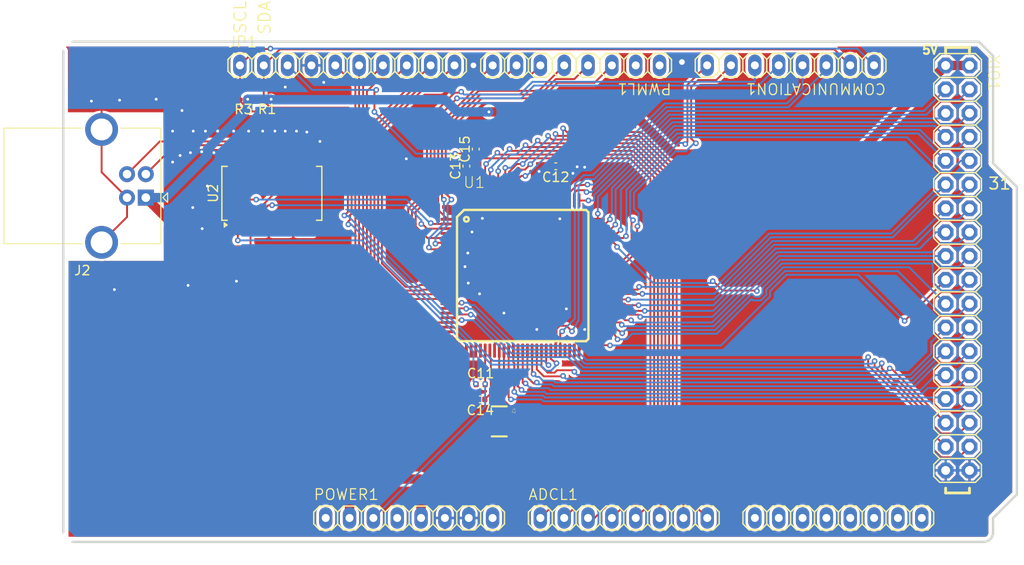
<source format=kicad_pcb>
(kicad_pcb (version 20240108) (generator "pcbnew") (generator_version "8.0")
  (layers (0 "F.Cu" signal) (31 "B.Cu" signal) (34 "B.Paste" user) (35 "F.Paste" user) (36 "B.SilkS" user "B.Silkscreen") (37 "F.SilkS" user "F.Silkscreen") (38 "B.Mask" user) (39 "F.Mask" user) (44 "Edge.Cuts" user))
  (net 0 "")
  (net 1 "+5V")
  (net 2 "GND")
  (net 3 "RESET")
  (net 5 "/RX0")
  (net 7 "+3V3")
  (net 8 "ADC9")
  (net 9 "ADC8")
  (net 10 "ADC10")
  (net 11 "ADC11")
  (net 12 "ADC12")
  (net 13 "ADC13")
  (net 14 "ADC14")
  (net 15 "ADC15")
  (net 16 "/DTR")
  (net 18 "/TX0")
  (net 27 "+3.3V")
  (net 29 "/D-")
  (net 30 "/D+")
  (net 31 "/ADC13")
  (net 32 "/PA4")
  (net 33 "/TXD1")
  (net 34 "/PA3")
  (net 35 "/PB4")
  (net 36 "/PC4")
  (net 37 "/PG0")
  (net 39 "/PL1")
  (net 40 "/PL7")
  (net 41 "/PH4")
  (net 42 "/ADC15")
  (net 43 "/PG1")
  (net 44 "Net-(U1-XTAL1)")
  (net 45 "/PA7")
  (net 46 "/PH6")
  (net 48 "/PL2")
  (net 49 "/PE4")
  (net 51 "/PC7")
  (net 52 "/PC1")
  (net 53 "/PC6")
  (net 54 "/PE3")
  (net 55 "/PG2")
  (net 56 "Net-(U1-XTAL2)")
  (net 57 "/PB6")
  (net 59 "/AREF")
  (net 60 "/SCL")
  (net 62 "/PB3")
  (net 64 "/PG5")
  (net 65 "/RXD3")
  (net 66 "/PL6")
  (net 67 "/PA0")
  (net 68 "/TXD3")
  (net 71 "/PL4")
  (net 72 "/PD7")
  (net 73 "/RXD1")
  (net 74 "/PB2")
  (net 75 "/PA6")
  (net 76 "/ADC8")
  (net 78 "/ADC14")
  (net 79 "/PL0")
  (net 81 "/PB7")
  (net 82 "/PC0")
  (net 83 "/PA2")
  (net 85 "/PB1")
  (net 87 "/SDA")
  (net 89 "/PA1")
  (net 91 "/PE5")
  (net 93 "/PH5")
  (net 94 "/PC2")
  (net 95 "/PA5")
  (net 96 "/PB0")
  (net 97 "/PC3")
  (net 99 "/PC5")
  (net 100 "/PL5")
  (net 101 "/PL3")
  (net 102 "/PB5")
  (net 103 "/PH3")
  (net 104 "/ADC4")
  (net 105 "/ADC1")
  (net 106 "/ADC3")
  (net 107 "/ADC6")
  (net 108 "/ADC2")
  (net 109 "/ADC5")
  (net 110 "/ADC7")
  (net 111 "/ADC0")
  (net 112 "/TXD2")
  (net 113 "/RXD2")
  (net 114 "/VIN")
  (net 118 "/ADC10")
  (net 119 "/ADC11")
  (net 120 "/ADC12")
  (net 121 "/ADC9")
  (footprint "Capacitor_SMD:C_0402_1005Metric" (layer "F.Cu") (at 179.62 81)
    (property "Reference" "C11")
    (property "Value" "0.1uF")
  )
  (footprint "Capacitor_SMD:C_0402_1005Metric" (layer "F.Cu") (at 178.1 57.73 90)
    (property "Reference" "C13")
    (property "Value" "0.1uF")
  )
  (footprint "Connector_USB:USB_B_OST_USB-B1HSxx_Horizontal" (layer "F.Cu") (at 143.9475 61.09 180)
    (property "Reference" "J2")
    (property "Value" "USB_B")
  )
  (footprint "BUCKY_MCU:RESONATOR" (layer "F.Cu") (at 181.6 84.95 -90)
    (property "Reference" "Y2")
    (property "Value" "RESONATORSMD")
  )
  (footprint "BUCKY_MCU:1X08" (layer "F.Cu") (at 194.87 95.25)
    (property "Reference" "ADCL1")
    (property "Value" "FH254-108DF08500V")
  )
  (footprint "Capacitor_SMD:C_0402_1005Metric" (layer "F.Cu") (at 179.58 82.6 180)
    (property "Reference" "C14")
    (property "Value" "0.1uF")
  )
  (footprint "BUCKY_MCU:2X18" (layer "F.Cu") (at 230.43 68.59 -90)
    (property "Reference" "XIO1")
    (property "Value" "18x2F-H8.5")
  )
  (footprint "BUCKY_MCU:1X08" (layer "F.Cu") (at 189.79 46.99 180)
    (property "Reference" "PWML1")
    (property "Value" "FH254-108DF08500V")
  )
  (footprint "BUCKY_MCU:TQFP100" (layer "F.Cu") (at 184.1 69.4)
    (property "Reference" "U1")
    (property "Value" "ATMEGA2560AU")
  )
  (footprint "MEGA2560_Rev3e:1X08" (layer "F.Cu") (at 217.7256 95.2472)
    (property "Reference" "ADCH0" (hide yes))
    (property "Value" "FH254-108DF08500V")
  )
  (footprint "Capacitor_SMD:C_0402_1005Metric" (layer "F.Cu") (at 187.62 57.75 180)
    (property "Reference" "C12")
    (property "Value" "0.1uF")
  )
  (footprint "BUCKY_MCU:1X08" (layer "F.Cu") (at 172 95.25)
    (property "Reference" "POWER1")
    (property "Value" "FH254-108DF08500V")
  )
  (footprint "BUCKY_MCU:1X08" (layer "F.Cu") (at 212.64 46.98 180)
    (property "Reference" "COMMUNICATION1")
    (property "Value" "FH254-108DF08500V")
  )
  (footprint "Package_SO:SSOP-28_5.3x10.2mm_P0.65mm" (layer "F.Cu") (at 157.375 60.63 90)
    (property "Reference" "U2")
    (property "Value" "FT232RL")
  )
  (footprint "Resistor_SMD:R_0201_0603Metric" (layer "F.Cu") (at 154.355 50.63 180)
    (property "Reference" "R3")
    (property "Value" "10000R")
  )
  (footprint "Capacitor_SMD:C_0402_1005Metric" (layer "F.Cu") (at 179.1 55.92 90)
    (property "Reference" "C15")
    (property "Value" "0.1uF")
  )
  (footprint "BUCKY_MCU:1X10" (layer "F.Cu") (at 165.4 46.99)
    (property "Reference" "JP1")
    (property "Value" "FH254-110DF08500V")
  )
  (footprint "Resistor_SMD:R_0201_0603Metric" (layer "F.Cu") (at 156.87 50.61 180)
    (property "Reference" "R1")
    (property "Value" "10000R")
  )
  (gr_line (start 229.1556 92.0722) (end 229.1556 92.5802) (stroke (width 0.3048)) (layer "F.SilkS"))
  (gr_line (start 229.1556 45.0822) (end 231.6956 45.0822) (stroke (width 0.3048)) (layer "F.SilkS"))
  (gr_line (start 231.6956 45.0822) (end 231.6956 45.7172) (stroke (width 0.3048)) (layer "F.SilkS"))
  (gr_line (start 231.6956 92.5802) (end 231.6956 92.0722) (stroke (width 0.3048)) (layer "F.SilkS"))
  (gr_line (start 229.1556 92.5802) (end 231.6956 92.5802) (stroke (width 0.3048)) (layer "F.SilkS"))
  (gr_line (start 229.1556 45.7172) (end 229.1556 45.0822) (stroke (width 0.3048)) (layer "F.SilkS"))
  (gr_line (start 234.21 95.26) (end 234.21 96.8) (stroke (width 0.254)) (layer "Edge.Cuts"))
  (gr_line (start 236.75 59.954) (end 236.75 92.72) (stroke (width 0.254)) (layer "Edge.Cuts"))
  (gr_line (start 135.15 96.8) (end 135.15 45.46) (stroke (width 0.254)) (layer "Edge.Cuts"))
  (gr_line (start 234.21 57.414) (end 236.75 59.954) (stroke (width 0.254)) (layer "Edge.Cuts"))
  (gr_line (start 136.15 44.46) (end 232.686 44.46) (stroke (width 0.254)) (layer "Edge.Cuts"))
  (gr_line (start 232.686 44.46) (end 234.21 45.984) (stroke (width 0.254)) (layer "Edge.Cuts"))
  (gr_line (start 233.21 97.8) (end 136.15 97.8) (stroke (width 0.254)) (layer "Edge.Cuts"))
  (gr_line (start 236.75 92.72) (end 234.21 95.26) (stroke (width 0.254)) (layer "Edge.Cuts"))
  (gr_arc (start 234.21 96.8) (mid 233.917107 97.507107) (end 233.21 97.8) (stroke (width 0.254)) (layer "Edge.Cuts"))
  (gr_line (start 234.21 45.984) (end 234.21 57.414) (stroke (width 0.254)) (layer "Edge.Cuts"))
  (gr_text "SDA" (at 157.3454 43.8 90) (layer "F.SilkS") (effects (font (size 1.28016 1.28016) (thickness 0.14224)) (justify left bottom)))
  (gr_text "31" (at 233.6006 60.3222 0) (layer "F.SilkS") (effects (font (size 1.251712 1.251712) (thickness 0.170688)) (justify left bottom)))
  (gr_text "SCL" (at 154.7546 43.7238 90) (layer "F.SilkS") (effects (font (size 1.28016 1.28016) (thickness 0.14224)) (justify left bottom)))
  (gr_text "5V" (at 226.537997 44.8282 0) (layer "F.SilkS") (effects (font (size 0.89408 0.89408) (thickness 0.22352)) (justify left top)))
  (segment (start 180.702043 78.297957) (end 180.6 78.195914) (width 0.2) (layer "F.Cu") (net 1))
  (segment (start 173.14 91.1) (end 173.27 91.23) (width 1) (layer "F.Cu") (net 1))
  (segment (start 180.6 78.195914) (end 180.6 77.4) (width 0.2) (layer "F.Cu") (net 1))
  (segment (start 151.85 66.65) (end 149.5075 66.65) (width 1) (layer "F.Cu") (net 1))
  (segment (start 178.1 58.21) (end 178.1 61.4) (width 0.2) (layer "F.Cu") (net 1))
  (segment (start 165.65 77.3) (end 165.65 91.1) (width 1) (layer "F.Cu") (net 1))
  (segment (start 149.5075 66.65) (end 143.9475 61.09) (width 1) (layer "F.Cu") (net 1))
  (segment (start 188.1 57.75) (end 188.1 61.4) (width 0.2) (layer "F.Cu") (net 1))
  (segment (start 151.89 66.69) (end 151.85 66.65) (width 1) (layer "F.Cu") (net 1))
  (segment (start 155.1 66.69) (end 155.1 66.75) (width 1) (layer "F.Cu") (net 1))
  (segment (start 155.1 66.75) (end 165.65 77.3) (width 1) (layer "F.Cu") (net 1))
  (segment (start 155.1 66.69) (end 151.89 66.69) (width 1) (layer "F.Cu") (net 1))
  (segment (start 219.71 56.45) (end 229.16 47) (width 1) (layer "F.Cu") (net 1))
  (segment (start 180.06 82.6) (end 180.702043 81.957957) (width 0.2) (layer "F.Cu") (net 1))
  (segment (start 229.16 47) (end 231.7 47) (width 1) (layer "F.Cu") (net 1))
  (segment (start 155.1 64.23) (end 155.1 66.69) (width 0.2) (layer "F.Cu") (net 1))
  (segment (start 165.65 91.1) (end 165.65 95.25) (width 1) (layer "F.Cu") (net 1))
  (segment (start 157.19 50.61) (end 157.3 50.6) (width 0.2) (layer "F.Cu") (net 1))
  (segment (start 180.702043 81.957957) (end 180.702043 78.297957) (width 0.2) (layer "F.Cu") (net 1))
  (segment (start 180.5 51.95) (end 195.675 51.95) (width 1) (layer "F.Cu") (net 1))
  (segment (start 157.3 50.6) (end 157.19 50.768456) (width 0.2) (layer "F.Cu") (net 1))
  (segment (start 200.175 56.45) (end 219.71 56.45) (width 1) (layer "F.Cu") (net 1))
  (segment (start 158.35 59.93) (end 155.1 63.18) (width 0.2) (layer "F.Cu") (net 1))
  (segment (start 195.675 51.95) (end 200.175 56.45) (width 1) (layer "F.Cu") (net 1))
  (segment (start 165.65 91.1) (end 173.14 91.1) (width 1) (layer "F.Cu") (net 1))
  (segment (start 155.1 63.18) (end 155.1 64.23) (width 0.2) (layer "F.Cu") (net 1))
  (segment (start 173.27 91.23) (end 173.27 95.25) (width 1) (layer "F.Cu") (net 1))
  (segment (start 158.35 57.03) (end 158.35 59.93) (width 0.2) (layer "F.Cu") (net 1))
  (via (at 180.5 51.95) (size 0.6) (drill 0.3) (layers "F.Cu" "B.Cu") (net 1))
  (via (at 157.3 50.6) (size 0.6) (drill 0.3) (layers "F.Cu" "B.Cu") (net 1))
  (via (at 154.8 50.6) (size 0.6) (drill 0.3) (layers "F.Cu" "B.Cu") (net 1))
  (segment (start 157.35 50.65) (end 157.3 50.6) (width 1) (layer "B.Cu") (net 1))
  (segment (start 175.835786 50.65) (end 157.35 50.65) (width 1) (layer "B.Cu") (net 1))
  (segment (start 150.5 55.948529) (end 150.5 56.6) (width 1) (layer "B.Cu") (net 1))
  (segment (start 157.3 50.6) (end 154.8 50.6) (width 1) (layer "B.Cu") (net 1))
  (segment (start 180.5 51.95) (end 177.135786 51.95) (width 1) (layer "B.Cu") (net 1))
  (segment (start 177.135786 51.95) (end 175.835786 50.65) (width 1) (layer "B.Cu") (net 1))
  (segment (start 146.01 61.09) (end 143.9475 61.09) (width 1) (layer "B.Cu") (net 1))
  (segment (start 154.8 51.648529) (end 150.5 55.948529) (width 1) (layer "B.Cu") (net 1))
  (segment (start 154.8 50.6) (end 154.8 51.648529) (width 1) (layer "B.Cu") (net 1))
  (segment (start 150.5 56.6) (end 146.01 61.09) (width 1) (layer "B.Cu") (net 1))
  (segment (start 139.2375 53.82) (end 139.2375 50.6625) (width 0.2) (layer "F.Cu") (net 2))
  (segment (start 139.2375 58.38) (end 139.2375 53.82) (width 0.2) (layer "F.Cu") (net 2))
  (segment (start 141.9475 61.09) (end 139.2375 58.38) (width 0.2) (layer "F.Cu") (net 2))
  (segment (start 139.2375 65.86) (end 141.9475 63.15) (width 0.2) (layer "F.Cu") (net 2))
  (segment (start 176.1 68.4) (end 177.9 68.4) (width 0.2) (layer "F.Cu") (net 2))
  (segment (start 139.2375 50.6625) (end 139.25 50.65) (width 0.2) (layer "F.Cu") (net 2))
  (segment (start 177.9 68.4) (end 177.95 68.45) (width 0.2) (layer "F.Cu") (net 2))
  (segment (start 141.9475 63.15) (end 141.9475 61.09) (width 0.2) (layer "F.Cu") (net 2))
  (via (at 185.6 75.15) (size 0.6) (drill 0.3) (layers "F.Cu" "B.Cu") (net 2))
  (via (at 149.95 64.4) (size 0.6) (drill 0.3) (layers "F.Cu" "B.Cu") (net 2))
  (via (at 179.5 71.35) (size 0.6) (drill 0.3) (layers "F.Cu" "B.Cu") (net 2))
  (via (at 147.6 56.6) (size 0.6) (drill 0.3) (layers "F.Cu" "B.Cu") (net 2))
  (via (at 161.1 54.1) (size 0.6) (drill 0.3) (layers "F.Cu" "B.Cu") (net 2))
  (via (at 148.45 70.45) (size 0.6) (drill 0.3) (layers "F.Cu" "B.Cu") (net 2))
  (via (at 140.6 70.9) (size 0.6) (drill 0.3) (layers "F.Cu" "B.Cu") (net 2))
  (via (at 148.7 56.3) (size 0.6) (drill 0.3) (layers "F.Cu" "B.Cu") (net 2))
  (via (at 190.7 57.85) (size 0.6) (drill 0.3) (layers "F.Cu" "B.Cu") (net 2))
  (via (at 141.15 50.7) (size 0.6) (drill 0.3) (layers "F.Cu" "B.Cu") (net 2))
  (via (at 190.7 75.15) (size 0.6) (drill 0.3) (layers "F.Cu" "B.Cu") (net 2))
  (via (at 153.3 54) (size 0.6) (drill 0.3) (layers "F.Cu" "B.Cu") (net 2))
  (via (at 178.7 64.75) (size 0.6) (drill 0.3) (layers "F.Cu" "B.Cu") (net 2))
  (via (at 162.5 55.1) (size 0.6) (drill 0.3) (layers "F.Cu" "B.Cu") (net 2))
  (via (at 151.6 54) (size 0.6) (drill 0.3) (layers "F.Cu" "B.Cu") (net 2))
  (via (at 148.95 62.15) (size 0.6) (drill 0.3) (layers "F.Cu" "B.Cu") (net 2))
  (via (at 151.2 56.3) (size 0.6) (drill 0.3) (layers "F.Cu" "B.Cu") (net 2))
  (via (at 201.0632 46.6316) (size 1.1176) (drill 0.6096) (layers "F.Cu" "B.Cu") (net 2))
  (via (at 178.8476 46.9872) (size 1.1176) (drill 0.6096) (layers "F.Cu" "B.Cu") (net 2))
  (via (at 145.05 50.6) (size 0.6) (drill 0.3) (layers "F.Cu" "B.Cu") (net 2))
  (via (at 138.15 50.8) (size 0.6) (drill 0.3) (layers "F.Cu" "B.Cu") (net 2))
  (via (at 146.8 57.3) (size 0.6) (drill 0.3) (layers "F.Cu" "B.Cu") (net 2))
  (via (at 160 54) (size 0.6) (drill 0.3) (layers "F.Cu" "B.Cu") (net 2))
  (via (at 178.25 67) (size 0.6) (drill 0.3) (layers "F.Cu" "B.Cu") (net 2))
  (via (at 189.45 58.5) (size 0.6) (drill 0.3) (layers "F.Cu" "B.Cu") (net 2))
  (via (at 149.9 56.2) (size 0.6) (drill 0.3) (layers "F.Cu" "B.Cu") (net 2))
  (via (at 149 54) (size 0.6) (drill 0.3) (layers "F.Cu" "B.Cu") (net 2))
  (via (at 189.9 57.8) (size 0.6) (drill 0.3) (layers "F.Cu" "B.Cu") (net 2))
  (via (at 147.8 51.8) (size 0.6) (drill 0.3) (layers "F.Cu" "B.Cu") (net 2))
  (via (at 179.8 63.3) (size 0.6) (drill 0.3) (layers "F.Cu" "B.Cu") (net 2))
  (via (at 158.8 49.3) (size 0.6) (drill 0.3) (layers "F.Cu" "B.Cu") (net 2))
  (via (at 177.95 68.45) (size 0.6) (drill 0.3) (layers "F.Cu" "B.Cu") (net 2))
  (via (at 146.8 54) (size 0.6) (drill 0.3) (layers "F.Cu" "B.Cu") (net 2))
  (via (at 188.75 72.95) (size 0.6) (drill 0.3) (layers "F.Cu" "B.Cu") (net 2))
  (via (at 188.05 63.35) (size 0.6) (drill 0.3) (layers "F.Cu" "B.Cu") (net 2))
  (via (at 182.1 73.4) (size 0.6) (drill 0.3) (layers "F.Cu" "B.Cu") (net 2))
  (via (at 150.3 54) (size 0.6) (drill 0.3) (layers "F.Cu" "B.Cu") (net 2))
  (via (at 153.6 70) (size 0.6) (drill 0.3) (layers "F.Cu" "B.Cu") (net 2))
  (via (at 150.5 59.85) (size 0.6) (drill 0.3) (layers "F.Cu" "B.Cu") (net 2))
  (via (at 171.7 56.95) (size 0.6) (drill 0.3) (layers "F.Cu" "B.Cu") (net 2))
  (via (at 157.7 54) (size 0.6) (drill 0.3) (layers "F.Cu" "B.Cu") (net 2))
  (via (at 156.4 54) (size 0.6) (drill 0.3) (layers "F.Cu" "B.Cu") (net 2))
  (via (at 178.3 70.2) (size 0.6) (drill 0.3) (layers "F.Cu" "B.Cu") (net 2))
  (via (at 162.9 48.8) (size 0.6) (drill 0.3) (layers "F.Cu" "B.Cu") (net 2))
  (via (at 185.846323 58.296323) (size 0.6) (drill 0.3) (layers "F.Cu" "B.Cu") (net 2))
  (via (at 158.8 54) (size 0.6) (drill 0.3) (layers "F.Cu" "B.Cu") (net 2))
  (via (at 154.9 54) (size 0.6) (drill 0.3) (layers "F.Cu" "B.Cu") (net 2))
  (segment (start 180.1 81) (end 180.1 80.95) (width 0.2) (layer "F.Cu") (net 3))
  (segment (start 180.1 80.95) (end 180.1 77.4) (width 0.2) (layer "F.Cu") (net 3))
  (via (at 180.1 80.95) (size 0.6) (drill 0.3) (layers "F.Cu" "B.Cu") (net 3))
  (segment (start 180.1 83.3428) (end 168.1956 95.2472) (width 0.2) (layer "B.Cu") (net 3))
  (segment (start 180.1 81) (end 180.1 83.3428) (width 0.2) (layer "B.Cu") (net 3))
  (segment (start 155.005 61.3) (end 153.15 63.155) (width 0.2) (layer "F.Cu") (net 5))
  (segment (start 153.15 63.155) (end 153.15 64.23) (width 0.2) (layer "F.Cu") (net 5))
  (segment (start 155.7 61.3) (end 155.005 61.3) (width 0.2) (layer "F.Cu") (net 5))
  (segment (start 176.1 63.9) (end 174.4 63.9) (width 0.2) (layer "F.Cu") (net 5))
  (segment (start 174.4 63.9) (end 174.3 63.8) (width 0.2) (layer "F.Cu") (net 5))
  (via (at 174.3 63.8) (size 0.6) (drill 0.3) (layers "F.Cu" "B.Cu") (net 5))
  (via (at 155.7 61.3) (size 0.6) (drill 0.3) (layers "F.Cu" "B.Cu") (net 5))
  (segment (start 174.2 63.8) (end 174.3 63.8) (width 0.2) (layer "B.Cu") (net 5))
  (segment (start 174.3 63.8) (end 174.3 63.9) (width 0.2) (layer "B.Cu") (net 5))
  (segment (start 171.7 61.3) (end 174.2 63.8) (width 0.2) (layer "B.Cu") (net 5))
  (segment (start 174.3 63.9) (end 174.2 63.8) (width 0.2) (layer "B.Cu") (net 5))
  (segment (start 155.7 61.3) (end 171.7 61.3) (width 0.2) (layer "B.Cu") (net 5))
  (segment (start 153.75 65.65) (end 153.75 64.28) (width 0.2) (layer "F.Cu") (net 16))
  (segment (start 153.75 64.28) (end 153.8 64.23) (width 0.2) (layer "F.Cu") (net 16))
  (via (at 153.75 65.65) (size 0.6) (drill 0.3) (layers "F.Cu" "B.Cu") (net 16))
  (via (at 179.1 80.95) (size 0.6) (drill 0.3) (layers "F.Cu" "B.Cu") (net 16))
  (segment (start 153.75 65.65) (end 153.75 65.7) (width 0.2) (layer "B.Cu") (net 16))
  (segment (start 179.1 80.95) (end 179.1 80.9) (width 0.2) (layer "B.Cu") (net 16))
  (segment (start 179.1 80.9) (end 178.85 80.65) (width 0.2) (layer "B.Cu") (net 16))
  (segment (start 178.85 77.531372) (end 166.968628 65.65) (width 0.2) (layer "B.Cu") (net 16))
  (segment (start 178.85 80.65) (end 178.85 77.531372) (width 0.2) (layer "B.Cu") (net 16))
  (segment (start 166.968628 65.65) (end 153.75 65.65) (width 0.2) (layer "B.Cu") (net 16))
  (segment (start 173.9 64.4) (end 173.4 63.9) (width 0.2) (layer "F.Cu") (net 18))
  (segment (start 173.4 63.9) (end 173.3 63.9) (width 0.2) (layer "F.Cu") (net 18))
  (segment (start 155.75 63.155) (end 155.75 64.23) (width 0.2) (layer "F.Cu") (net 18))
  (segment (start 176.1 64.4) (end 173.9 64.4) (width 0.2) (layer "F.Cu") (net 18))
  (segment (start 173.3 63.8) (end 173.4 63.9) (width 0.2) (layer "F.Cu") (net 18))
  (segment (start 173.3 63.9) (end 173.3 63.8) (width 0.2) (layer "F.Cu") (net 18))
  (segment (start 157.4 61.9) (end 157.005 61.9) (width 0.2) (layer "F.Cu") (net 18))
  (segment (start 157.005 61.9) (end 155.75 63.155) (width 0.2) (layer "F.Cu") (net 18))
  (via (at 173.3 63.9) (size 0.6) (drill 0.3) (layers "F.Cu" "B.Cu") (net 18))
  (via (at 157.4 61.9) (size 0.6) (drill 0.3) (layers "F.Cu" "B.Cu") (net 18))
  (segment (start 172.3 62.5) (end 171.7 61.9) (width 0.2) (layer "B.Cu") (net 18))
  (segment (start 171.7 61.9) (end 157.4 61.9) (width 0.2) (layer "B.Cu") (net 18))
  (segment (start 173.3 63.5) (end 172.3 62.5) (width 0.2) (layer "B.Cu") (net 18))
  (segment (start 173.3 63.9) (end 173.3 63.5) (width 0.2) (layer "B.Cu") (net 18))
  (segment (start 160.495 55.5) (end 160.95 55.955) (width 0.2) (layer "F.Cu") (net 29))
  (segment (start 160.95 55.955) (end 160.95 57.03) (width 0.2) (layer "F.Cu") (net 29))
  (segment (start 147.0375 55.5) (end 160.495 55.5) (width 0.2) (layer "F.Cu") (net 29))
  (segment (start 143.9475 58.59) (end 147.0375 55.5) (width 0.2) (layer "F.Cu") (net 29))
  (segment (start 145.4375 55.1) (end 141.9475 58.59) (width 0.2) (layer "F.Cu") (net 30))
  (segment (start 161.6 57.03) (end 161.6 55.955) (width 0.2) (layer "F.Cu") (net 30))
  (segment (start 160.745 55.1) (end 145.4375 55.1) (width 0.2) (layer "F.Cu") (net 30))
  (segment (start 161.6 55.955) (end 160.745 55.1) (width 0.2) (layer "F.Cu") (net 30))
  (segment (start 192.9 63.9) (end 192.1 63.9) (width 0.2) (layer "F.Cu") (net 32))
  (segment (start 193.4 63.4) (end 192.9 63.9) (width 0.2) (layer "F.Cu") (net 32))
  (via (at 193.4 63.4) (size 0.6) (drill 0.3) (layers "F.Cu" "B.Cu") (net 32))
  (segment (start 193.4 63) (end 193.6 62.8) (width 0.2) (layer "B.Cu") (net 32))
  (segment (start 200.218629 53.45) (end 227.99 53.45) (width 0.2) (layer "B.Cu") (net 32))
  (segment (start 193.6 62.8) (end 193.6 60.068629) (width 0.2) (layer "B.Cu") (net 32))
  (segment (start 227.99 53.45) (end 229.16 54.62) (width 0.2) (layer "B.Cu") (net 32))
  (segment (start 193.4 63.4) (end 193.4 63) (width 0.2) (layer "B.Cu") (net 32))
  (segment (start 193.6 60.068629) (end 200.218629 53.45) (width 0.2) (layer "B.Cu") (net 32))
  (segment (start 188.1 77.4) (end 188.1 75.554343) (width 0.2) (layer "F.Cu") (net 33))
  (segment (start 188.1 75.554343) (end 188.301979 75.352364) (width 0.2) (layer "F.Cu") (net 33))
  (via (at 188.301979 75.352364) (size 0.6) (drill 0.3) (layers "F.Cu" "B.Cu") (net 33))
  (segment (start 191.574514 58.7) (end 199.224514 51.05) (width 0.2) (layer "B.Cu") (net 33))
  (segment (start 212.241034 51.05) (end 213.91 49.381034) (width 0.2) (layer "B.Cu") (net 33))
  (segment (start 189.65 59.634314) (end 190.584314 58.7) (width 0.2) (layer "B.Cu") (net 33))
  (segment (start 188.301979 75.352364) (end 189.65 74.004343) (width 0.2) (layer "B.Cu") (net 33))
  (segment (start 213.91 49.381034) (end 213.91 46.98) (width 0.2) (layer "B.Cu") (net 33))
  (segment (start 189.65 74.004343) (end 189.65 59.634314) (width 0.2) (layer "B.Cu") (net 33))
  (segment (start 190.584314 58.7) (end 191.574514 58.7) (width 0.2) (layer "B.Cu") (net 33))
  (segment (start 199.224514 51.05) (end 212.241034 51.05) (width 0.2) (layer "B.Cu") (net 33))
  (segment (start 192.1 62.8) (end 192.1 63.4) (width 0.2) (layer "F.Cu") (net 34))
  (via (at 192.1 62.8) (size 0.6) (drill 0.3) (layers "F.Cu" "B.Cu") (net 34))
  (segment (start 228.323886 53.2182) (end 230.5618 53.2182) (width 0.2) (layer "B.Cu") (net 34))
  (segment (start 230.5618 53.2182) (end 231.7 52.08) (width 0.2) (layer "B.Cu") (net 34))
  (segment (start 192.1 62.8) (end 192.1 61.002943) (width 0.2) (layer "B.Cu") (net 34))
  (segment (start 192.1 61.002943) (end 200.052943 53.05) (width 0.2) (layer "B.Cu") (net 34))
  (segment (start 228.155685 53.05) (end 228.323886 53.2182) (width 0.2) (layer "B.Cu") (net 34))
  (segment (start 200.052943 53.05) (end 228.155685 53.05) (width 0.2) (layer "B.Cu") (net 34))
  (segment (start 167.5 68.768628) (end 167.5 49.75) (width 0.2) (layer "F.Cu") (net 35))
  (segment (start 176.1 74.4) (end 173.131372 74.4) (width 0.2) (layer "F.Cu") (net 35))
  (segment (start 168.8 48.45) (end 170.29 48.45) (width 0.2) (layer "F.Cu") (net 35))
  (segment (start 170.29 48.45) (end 171.75 46.99) (width 0.2) (layer "F.Cu") (net 35))
  (segment (start 167.5 49.75) (end 168.8 48.45) (width 0.2) (layer "F.Cu") (net 35))
  (segment (start 173.131372 74.4) (end 167.5 68.768628) (width 0.2) (layer "F.Cu") (net 35))
  (segment (start 196.45 72.565805) (end 195.103216 72.565805) (width 0.2) (layer "F.Cu") (net 36))
  (segment (start 196.415805 72.565805) (end 196.4 72.55) (width 0.2) (layer "F.Cu") (net 36))
  (segment (start 195.103216 72.565805) (end 194.937411 72.4) (width 0.2) (layer "F.Cu") (net 36))
  (segment (start 196.45 72.565805) (end 196.415805 72.565805) (width 0.2) (layer "F.Cu") (net 36))
  (segment (start 194.937411 72.4) (end 192.1 72.4) (width 0.2) (layer "F.Cu") (net 36))
  (via (at 196.45 72.565805) (size 0.6) (drill 0.3) (layers "F.Cu" "B.Cu") (net 36))
  (segment (start 196.45 72.565805) (end 204.421451 72.565805) (width 0.2) (layer "B.Cu") (net 36))
  (segment (start 225.94674 66.12) (end 228.68854 63.3782) (width 0.2) (layer "B.Cu") (net 36))
  (segment (start 230.5618 63.3782) (end 231.7 62.24) (width 0.2) (layer "B.Cu") (net 36))
  (segment (start 210.867256 66.12) (end 225.94674 66.12) (width 0.2) (layer "B.Cu") (net 36))
  (segment (start 204.421451 72.565805) (end 210.867256 66.12) (width 0.2) (layer "B.Cu") (net 36))
  (segment (start 228.68854 63.3782) (end 230.5618 63.3782) (width 0.2) (layer "B.Cu") (net 36))
  (segment (start 193.7 75.4) (end 192.1 75.4) (width 0.2) (layer "F.Cu") (net 37))
  (segment (start 194.2 76.2) (end 193.7 75.4) (width 0.2) (layer "F.Cu") (net 37))
  (via (at 194.2 76.2) (size 0.6) (drill 0.3) (layers "F.Cu" "B.Cu") (net 37))
  (segment (start 212.027058 68.92) (end 224.07034 68.92) (width 0.2) (layer "B.Cu") (net 37))
  (segment (start 195.155807 76.2) (end 195.75 75.605807) (width 0.2) (layer "B.Cu") (net 37))
  (segment (start 228.68854 73.5382) (end 230.5618 73.5382) (width 0.2) (layer "B.Cu") (net 37))
  (segment (start 208.635051 72.049265) (end 209.46348 72.049265) (width 0.2) (layer "B.Cu") (net 37))
  (segment (start 204.775565 75.605807) (end 208.483579 71.897793) (width 0.2) (layer "B.Cu") (net 37))
  (segment (start 224.07034 68.92) (end 228.68854 73.5382) (width 0.2) (layer "B.Cu") (net 37))
  (segment (start 194.2 76.2) (end 195.155807 76.2) (width 0.2) (layer "B.Cu") (net 37))
  (segment (start 210.049265 71.46348) (end 210.049265 70.897793) (width 0.2) (layer "B.Cu") (net 37))
  (segment (start 209.46348 72.049265) (end 209.697794 71.81495) (width 0.2) (layer "B.Cu") (net 37))
  (segment (start 230.5618 73.5382) (end 231.7 72.4) (width 0.2) (layer "B.Cu") (net 37))
  (segment (start 210.049265 70.897793) (end 212.027058 68.92) (width 0.2) (layer "B.Cu") (net 37))
  (segment (start 209.697794 71.81495) (end 210.049265 71.46348) (width 0.2) (layer "B.Cu") (net 37))
  (segment (start 195.75 75.605807) (end 204.775565 75.605807) (width 0.2) (layer "B.Cu") (net 37))
  (segment (start 208.483579 71.897793) (end 208.635051 72.049265) (width 0.2) (layer "B.Cu") (net 37))
  (segment (start 183.1 78.65) (end 183.1 77.4) (width 0.2) (layer "F.Cu") (net 39))
  (segment (start 183.2 81.8) (end 183.2 78.75) (width 0.2) (layer "F.Cu") (net 39))
  (segment (start 183.2 78.75) (end 183.1 78.65) (width 0.2) (layer "F.Cu") (net 39))
  (via (at 183.2 81.8) (size 0.6) (drill 0.3) (layers "F.Cu" "B.Cu") (net 39))
  (segment (start 183.2 81.8) (end 183.602778 82.202778) (width 0.2) (layer "B.Cu") (net 39))
  (segment (start 186.268464 82.202778) (end 186.465687 82.4) (width 0.2) (layer "B.Cu") (net 39))
  (segment (start 229 82.4) (end 229.16 82.56) (width 0.2) (layer "B.Cu") (net 39))
  (segment (start 183.602778 82.202778) (end 186.268464 82.202778) (width 0.2) (layer "B.Cu") (net 39))
  (segment (start 186.465687 82.4) (end 229 82.4) (width 0.2) (layer "B.Cu") (net 39))
  (segment (start 186.1 79.1) (end 186.1 77.4) (width 0.2) (layer "F.Cu") (net 40))
  (segment (start 187.5 79.75) (end 186.75 79.75) (width 0.2) (layer "F.Cu") (net 40))
  (segment (start 186.75 79.75) (end 186.1 79.1) (width 0.2) (layer "F.Cu") (net 40))
  (segment (start 189.45 79.5) (end 187.75 79.5) (width 0.2) (layer "F.Cu") (net 40))
  (segment (start 189.6 79.65) (end 189.45 79.5) (width 0.2) (layer "F.Cu") (net 40))
  (segment (start 187.75 79.5) (end 187.5 79.75) (width 0.2) (layer "F.Cu") (net 40))
  (via (at 189.6 79.65) (size 0.6) (drill 0.3) (layers "F.Cu" "B.Cu") (net 40))
  (segment (start 190.2 80) (end 189.9 80) (width 0.2) (layer "B.Cu") (net 40))
  (segment (start 189.6 79.7) (end 189.6 79.65) (width 0.2) (layer "B.Cu") (net 40))
  (segment (start 225.352942 80) (end 211.65 80) (width 0.2) (layer "B.Cu") (net 40))
  (segment (start 227.6218 77.731142) (end 225.352942 80) (width 0.2) (layer "B.Cu") (net 40))
  (segment (start 189.55 79.65) (end 189.6 79.7) (width 0.2) (layer "B.Cu") (net 40))
  (segment (start 227.6218 76.4782) (end 227.6218 77.731142) (width 0.2) (layer "B.Cu") (net 40))
  (segment (start 189.6 79.65) (end 189.55 79.65) (width 0.2) (layer "B.Cu") (net 40))
  (segment (start 229.16 74.94) (end 227.6218 76.4782) (width 0.2) (layer "B.Cu") (net 40))
  (segment (start 189.9 80) (end 189.6 79.7) (width 0.2) (layer "B.Cu") (net 40))
  (segment (start 211.65 80) (end 190.2 80) (width 0.2) (layer "B.Cu") (net 40))
  (segment (start 175.185686 49.2) (end 175.885686 48.5) (width 0.2) (layer "F.Cu") (net 41))
  (segment (start 173.5 70.9) (end 173.4 71) (width 0.2) (layer "F.Cu") (net 41))
  (segment (start 175.885686 48.5) (end 179.39 48.5) (width 0.2) (layer "F.Cu") (net 41))
  (segment (start 179.39 48.5) (end 180.9 46.99) (width 0.2) (layer "F.Cu") (net 41))
  (segment (start 168.7 53.765686) (end 173.265686 49.2) (width 0.2) (layer "F.Cu") (net 41))
  (segment (start 173.265686 49.2) (end 175.185686 49.2) (width 0.2) (layer "F.Cu") (net 41))
  (segment (start 171.42843 71) (end 168.7 68.27157) (width 0.2) (layer "F.Cu") (net 41))
  (segment (start 173.4 71) (end 171.42843 71) (width 0.2) (layer "F.Cu") (net 41))
  (segment (start 176.1 70.9) (end 173.5 70.9) (width 0.2) (layer "F.Cu") (net 41))
  (segment (start 168.7 68.27157) (end 168.7 53.765686) (width 0.2) (layer "F.Cu") (net 41))
  (segment (start 192.1 74.9) (end 193.8 74.9) (width 0.2) (layer "F.Cu") (net 43))
  (segment (start 193.8 74.9) (end 194.7 75.55) (width 0.2) (layer "F.Cu") (net 43))
  (segment (start 194.7 75.55) (end 194.55 75.65) (width 0.2) (layer "F.Cu") (net 43))
  (via (at 194.7 75.55) (size 0.6) (drill 0.3) (layers "F.Cu" "B.Cu") (net 43))
  (segment (start 195.044193 75.205807) (end 204.609879 75.205807) (width 0.2) (layer "B.Cu") (net 43))
  (segment (start 208.483579 71.332107) (end 208.800736 71.649265) (width 0.2) (layer "B.Cu") (net 43))
  (segment (start 204.609879 75.205807) (end 208.483579 71.332107) (width 0.2) (layer "B.Cu") (net 43))
  (segment (start 209.297794 71.649265) (end 209.649265 71.297794) (width 0.2) (layer "B.Cu") (net 43))
  (segment (start 208.800736 71.649265) (end 209.297794 71.649265) (width 0.2) (layer "B.Cu") (net 43))
  (segment (start 209.649265 70.732107) (end 211.861372 68.52) (width 0.2) (layer "B.Cu") (net 43))
  (segment (start 211.861372 68.52) (end 225.28 68.52) (width 0.2) (layer "B.Cu") (net 43))
  (segment (start 209.649265 71.297794) (end 209.649265 70.732107) (width 0.2) (layer "B.Cu") (net 43))
  (segment (start 194.7 75.55) (end 195.044193 75.205807) (width 0.2) (layer "B.Cu") (net 43))
  (segment (start 225.28 68.52) (end 229.16 72.4) (width 0.2) (layer "B.Cu") (net 43))
  (segment (start 182.4 85.95) (end 181.6 85.95) (width 0.2) (layer "F.Cu") (net 44))
  (segment (start 182.1 77.4) (end 182.1 82.704086) (width 0.2) (layer "F.Cu") (net 44))
  (segment (start 182.9 85.45) (end 182.4 85.95) (width 0.2) (layer "F.Cu") (net 44))
  (segment (start 182.1 82.704086) (end 182.9 83.504086) (width 0.2) (layer "F.Cu") (net 44))
  (segment (start 182.9 83.504086) (end 182.9 85.45) (width 0.2) (layer "F.Cu") (net 44))
  (segment (start 195.1 65.2) (end 195.1 65.1) (width 0.2) (layer "F.Cu") (net 45))
  (segment (start 195 65.2) (end 195.1 65.2) (width 0.2) (layer "F.Cu") (net 45))
  (segment (start 194.8 65.4) (end 195 65.2) (width 0.2) (layer "F.Cu") (net 45))
  (segment (start 192.1 65.4) (end 194.8 65.4) (width 0.2) (layer "F.Cu") (net 45))
  (segment (start 195.1 65.1) (end 195 65.2) (width 0.2) (layer "F.Cu") (net 45))
  (via (at 195.1 65.2) (size 0.6) (drill 0.3) (layers "F.Cu" "B.Cu") (net 45))
  (segment (start 195.15 60.250001) (end 200.750001 54.65) (width 0.2) (layer "B.Cu") (net 45))
  (segment (start 195.15 65.15) (end 195.15 60.250001) (width 0.2) (layer "B.Cu") (net 45))
  (segment (start 229.63146 58.2982) (end 230.76966 57.16) (width 0.2) (layer "B.Cu") (net 45))
  (segment (start 230.76966 57.16) (end 231.7 57.16) (width 0.2) (layer "B.Cu") (net 45))
  (segment (start 195.1 65.2) (end 195.15 65.15) (width 0.2) (layer "B.Cu") (net 45))
  (segment (start 228.68854 58.2982) (end 229.63146 58.2982) (width 0.2) (layer "B.Cu") (net 45))
  (segment (start 225.075685 54.65) (end 225.058012 54.667673) (width 0.2) (layer "B.Cu") (net 45))
  (segment (start 227.2218 56.83146) (end 228.68854 58.2982) (width 0.2) (layer "B.Cu") (net 45))
  (segment (start 225.058012 54.667673) (end 227.2218 56.83146) (width 0.2) (layer "B.Cu") (net 45))
  (segment (start 200.750001 54.65) (end 225.075685 54.65) (width 0.2) (layer "B.Cu") (net 45))
  (segment (start 176.1 71.9) (end 171.197058 71.9) (width 0.2) (layer "F.Cu") (net 46))
  (segment (start 171.197058 71.9) (end 167.9 68.602942) (width 0.2) (layer "F.Cu") (net 46))
  (segment (start 167.9 68.602942) (end 167.9 53.38) (width 0.2) (layer "F.Cu") (net 46))
  (segment (start 167.9 53.38) (end 174.29 46.99) (width 0.2) (layer "F.Cu") (net 46))
  (segment (start 183.6 81.217912) (end 183.6 77.4) (width 0.2) (layer "F.Cu") (net 48))
  (segment (start 183.971896 81.589808) (end 183.6 81.217912) (width 0.2) (layer "F.Cu") (net 48))
  (via (at 183.971896 81.589808) (size 0.6) (drill 0.3) (layers "F.Cu" "B.Cu") (net 48))
  (segment (start 183.971896 81.589808) (end 184.184866 81.802778) (width 0.2) (layer "B.Cu") (net 48))
  (segment (start 227.25 81.4) (end 230.32 81.4) (width 0.2) (layer "B.Cu") (net 48))
  (segment (start 186.434149 81.802778) (end 186.631371 82) (width 0.2) (layer "B.Cu") (net 48))
  (segment (start 186.631371 82) (end 226.65 82) (width 0.2) (layer "B.Cu") (net 48))
  (segment (start 226.65 82) (end 227.25 81.4) (width 0.2) (layer "B.Cu") (net 48))
  (segment (start 230.32 81.4) (end 231.7 80.02) (width 0.2) (layer "B.Cu") (net 48))
  (segment (start 184.184866 81.802778) (end 186.434149 81.802778) (width 0.2) (layer "B.Cu") (net 48))
  (segment (start 179.731372 50.5) (end 186.141372 50.5) (width 0.2) (layer "F.Cu") (net 49))
  (segment (start 175.9 60.7) (end 175.9 54.331372) (width 0.2) (layer "F.Cu") (net 49))
  (segment (start 175.1 65.9) (end 174.8 66) (width 0.2) (layer "F.Cu") (net 49))
  (segment (start 176.1 65.9) (end 175.1 65.9) (width 0.2) (layer "F.Cu") (net 49))
  (segment (start 174.9 65.9) (end 175 65.9) (width 0.2) (layer "F.Cu") (net 49))
  (segment (start 176.5 61.251471) (end 175.948529 60.7) (width 0.2) (layer "F.Cu") (net 49))
  (segment (start 175.948529 60.7) (end 175.9 60.7) (width 0.2) (layer "F.Cu") (net 49))
  (segment (start 174.8 66) (end 174.9 65.9) (width 0.2) (layer "F.Cu") (net 49))
  (segment (start 187.791372 48.85) (end 191.74 48.85) (width 0.2) (layer "F.Cu") (net 49))
  (segment (start 191.74 48.85) (end 193.6 46.99) (width 0.2) (layer "F.Cu") (net 49))
  (segment (start 186.141372 50.5) (end 187.791372 48.85) (width 0.2) (layer "F.Cu") (net 49))
  (segment (start 176.5 61.3) (end 176.5 61.251471) (width 0.2) (layer "F.Cu") (net 49))
  (segment (start 175.9 54.331372) (end 179.731372 50.5) (width 0.2) (layer "F.Cu") (net 49))
  (via (at 176.5 61.3) (size 0.6) (drill 0.3) (layers "F.Cu" "B.Cu") (net 49))
  (via (at 174.8 66) (size 0.6) (drill 0.3) (layers "F.Cu" "B.Cu") (net 49))
  (segment (start 176.5 61.3) (end 176.274265 61.574264) (width 0.2) (layer "B.Cu") (net 49))
  (segment (start 176.1 61.9) (end 176.1 61.748529) (width 0.2) (layer "B.Cu") (net 49))
  (segment (start 176.1 61.748529) (end 176.5 61.3) (width 0.2) (layer "B.Cu") (net 49))
  (segment (start 174.957843 65.157843) (end 176.1 64.015686) (width 0.2) (layer "B.Cu") (net 49))
  (segment (start 174.8 65.315686) (end 174.957843 65.157843) (width 0.2) (layer "B.Cu") (net 49))
  (segment (start 174.8 66) (end 174.8 65.315686) (width 0.2) (layer "B.Cu") (net 49))
  (segment (start 176.1 64.015686) (end 176.1 61.9) (width 0.2) (layer "B.Cu") (net 49))
  (segment (start 196.35 70.9) (end 196.5 70.6) (width 0.2) (layer "F.Cu") (net 51))
  (segment (start 196.5 70.6) (end 196.5 70.75) (width 0.2) (layer "F.Cu") (net 51))
  (segment (start 192.1 70.9) (end 196.35 70.9) (width 0.2) (layer "F.Cu") (net 51))
  (via (at 196.5 70.6) (size 0.6) (drill 0.3) (layers "F.Cu" "B.Cu") (net 51))
  (segment (start 210.370198 64.92) (end 223.364314 64.92) (width 0.2) (layer "B.Cu") (net 51))
  (segment (start 196.5 70.6) (end 204.690198 70.6) (width 0.2) (layer "B.Cu") (net 51))
  (segment (start 228.4218 60.4382) (end 229.16 59.7) (width 0.2) (layer "B.Cu") (net 51))
  (segment (start 204.690198 70.6) (end 210.370198 64.92) (width 0.2) (layer "B.Cu") (net 51))
  (segment (start 227.846114 60.4382) (end 228.4218 60.4382) (width 0.2) (layer "B.Cu") (net 51))
  (segment (start 223.364314 64.92) (end 227.846114 60.4382) (width 0.2) (layer "B.Cu") (net 51))
  (segment (start 195.638419 74.165805) (end 195.7 74.104224) (width 0.2) (layer "F.Cu") (net 52))
  (segment (start 195.638419 74.165805) (end 195.006158 74.165805) (width 0.2) (layer "F.Cu") (net 52))
  (segment (start 195.006158 74.165805) (end 194.740353 73.9) (width 0.2) (layer "F.Cu") (net 52))
  (segment (start 195.7 74.104224) (end 195.7 74.1) (width 0.2) (layer "F.Cu") (net 52))
  (segment (start 194.740353 73.9) (end 192.1 73.9) (width 0.2) (layer "F.Cu") (net 52))
  (via (at 195.638419 74.165805) (size 0.6) (drill 0.3) (layers "F.Cu" "B.Cu") (net 52))
  (segment (start 195.638419 74.165805) (end 195.878421 74.405807) (width 0.2) (layer "B.Cu") (net 52))
  (segment (start 211.364314 67.32) (end 229.16 67.32) (width 0.2) (layer "B.Cu") (net 52))
  (segment (start 204.278507 74.405807) (end 211.364314 67.32) (width 0.2) (layer "B.Cu") (net 52))
  (segment (start 195.878421 74.405807) (end 204.278507 74.405807) (width 0.2) (layer "B.Cu") (net 52))
  (segment (start 192.1 71.4) (end 196.85 71.35) (width 0.2) (layer "F.Cu") (net 53))
  (segment (start 196.85 71.35) (end 196.8 71.4) (width 0.2) (layer "F.Cu") (net 53))
  (via (at 196.85 71.35) (size 0.6) (drill 0.3) (layers "F.Cu" "B.Cu") (net 53))
  (segment (start 223.53 65.32) (end 228.0118 60.8382) (width 0.2) (layer "B.Cu") (net 53))
  (segment (start 230.5618 60.8382) (end 231.7 59.7) (width 0.2) (layer "B.Cu") (net 53))
  (segment (start 196.85 71.35) (end 204.505884 71.35) (width 0.2) (layer "B.Cu") (net 53))
  (segment (start 228.0118 60.8382) (end 230.5618 60.8382) (width 0.2) (layer "B.Cu") (net 53))
  (segment (start 204.505884 71.35) (end 210.535884 65.32) (width 0.2) (layer "B.Cu") (net 53))
  (segment (start 210.535884 65.32) (end 223.53 65.32) (width 0.2) (layer "B.Cu") (net 53))
  (segment (start 179.234314 49.3) (end 183.67 49.3) (width 0.2) (layer "F.Cu") (net 54))
  (segment (start 172.7 62.6) (end 174.7 60.6) (width 0.2) (layer "F.Cu") (net 54))
  (segment (start 173.951471 65.4) (end 172.7 64.148529) (width 0.2) (layer "F.Cu") (net 54))
  (segment (start 174.7 60.6) (end 174.7 53.834314) (width 0.2) (layer "F.Cu") (net 54))
  (segment (start 172.7 64.148529) (end 172.7 62.6) (width 0.2) (layer "F.Cu") (net 54))
  (segment (start 174.7 53.834314) (end 179.234314 49.3) (width 0.2) (layer "F.Cu") (net 54))
  (segment (start 183.67 49.3) (end 185.98 46.99) (width 0.2) (layer "F.Cu") (net 54))
  (segment (start 176.1 65.4) (end 173.951471 65.4) (width 0.2) (layer "F.Cu") (net 54))
  (segment (start 193.8 65.9) (end 194.15 66.25) (width 0.2) (layer "F.Cu") (net 55))
  (segment (start 194.15 66.35) (end 194.25 66.35) (width 0.2) (layer "F.Cu") (net 55))
  (segment (start 205.4 71) (end 204.4 70) (width 0.2) (layer "F.Cu") (net 55))
  (segment (start 204.4 70) (end 204.345834 70) (width 0.2) (layer "F.Cu") (net 55))
  (segment (start 194.15 66.25) (end 194.15 66.35) (width 0.2) (layer "F.Cu") (net 55))
  (segment (start 194.25 66.35) (end 194.2 66.3) (width 0.2) (layer "F.Cu") (net 55))
  (segment (start 209 71) (end 205.4 71) (width 0.2) (layer "F.Cu") (net 55))
  (segment (start 209.049265 71.049265) (end 209 71) (width 0.2) (layer "F.Cu") (net 55))
  (segment (start 192.1 65.9) (end 193.8 65.9) (width 0.2) (layer "F.Cu") (net 55))
  (via (at 204.345834 70) (size 0.6) (drill 0.3) (layers "F.Cu" "B.Cu") (net 55))
  (via (at 194.15 66.35) (size 0.6) (drill 0.3) (layers "F.Cu" "B.Cu") (net 55))
  (via (at 209.049265 71.049265) (size 0.6) (drill 0.3) (layers "F.Cu" "B.Cu") (net 55))
  (segment (start 230.5618 70.9982) (end 231.7 69.86) (width 0.2) (layer "B.Cu") (net 55))
  (segment (start 204.345834 70) (end 204.145834 70.2) (width 0.2) (layer "B.Cu") (net 55))
  (segment (start 211.695686 68.12) (end 227.784654 68.12) (width 0.2) (layer "B.Cu") (net 55))
  (segment (start 204.145834 70.2) (end 198 70.2) (width 0.2) (layer "B.Cu") (net 55))
  (segment (start 209.049265 70.766421) (end 211.695686 68.12) (width 0.2) (layer "B.Cu") (net 55))
  (segment (start 228.68854 70.9982) (end 230.5618 70.9982) (width 0.2) (layer "B.Cu") (net 55))
  (segment (start 209.049265 71.049265) (end 209.049265 70.766421) (width 0.2) (layer "B.Cu") (net 55))
  (segment (start 227.784654 70.094314) (end 228.68854 70.9982) (width 0.2) (layer "B.Cu") (net 55))
  (segment (start 198 70.2) (end 194.15 66.35) (width 0.2) (layer "B.Cu") (net 55))
  (segment (start 227.784654 68.12) (end 227.784654 70.094314) (width 0.2) (layer "B.Cu") (net 55))
  (segment (start 181.6 83.95) (end 181.6 77.4) (width 0.2) (layer "F.Cu") (net 56))
  (segment (start 166.67 69.07) (end 166.67 46.99) (width 0.2) (layer "F.Cu") (net 57))
  (segment (start 173 75.4) (end 166.67 69.07) (width 0.2) (layer "F.Cu") (net 57))
  (segment (start 176.1 75.4) (end 173 75.4) (width 0.2) (layer "F.Cu") (net 57))
  (segment (start 179.1 61.4) (end 179.1 56.4) (width 0.2) (layer "F.Cu") (net 59))
  (segment (start 168.3 49.8) (end 168.5 49.6) (width 0.2) (layer "F.Cu") (net 59))
  (segment (start 168.3 51.95) (end 168.3 49.8) (width 0.2) (layer "F.Cu") (net 59))
  (segment (start 179.1 56.4) (end 176.9 56.4) (width 0.2) (layer "F.Cu") (net 59))
  (segment (start 168.5 49.6) (end 168.35 49.75) (width 0.2) (layer "F.Cu") (net 59))
  (via (at 168.5 49.6) (size 0.6) (drill 0.3) (layers "F.Cu" "B.Cu") (net 59))
  (via (at 176.9 56.4) (size 0.6) (drill 0.3) (layers "F.Cu" "B.Cu") (net 59))
  (via (at 168.3 51.95) (size 0.6) (drill 0.3) (layers "F.Cu" "B.Cu") (net 59))
  (segment (start 161.66 49.6) (end 159.05 46.99) (width 0.2) (layer "B.Cu") (net 59))
  (segment (start 176.9 56.4) (end 172.75 56.4) (width 0.2) (layer "B.Cu") (net 59))
  (segment (start 168.3 51.95) (end 168.35 52) (width 0.2) (layer "B.Cu") (net 59))
  (segment (start 172.75 56.4) (end 168.3 51.95) (width 0.2) (layer "B.Cu") (net 59))
  (segment (start 168.5 49.6) (end 161.66 49.6) (width 0.2) (layer "B.Cu") (net 59))
  (segment (start 157.075 45.25) (end 157.225 45.2) (width 0.2) (layer "F.Cu") (net 60))
  (segment (start 186.6 77.4) (end 186.6 78.75) (width 0.2) (layer "F.Cu") (net 60))
  (segment (start 155.71 45.25) (end 157.075 45.25) (width 0.2) (layer "F.Cu") (net 60))
  (segment (start 186.85 79) (end 186.75 78.9) (width 0.2) (layer "F.Cu") (net 60))
  (segment (start 153.97 46.99) (end 155.71 45.25) (width 0.2) (layer "F.Cu") (net 60))
  (segment (start 165.47 51.985686) (end 165.384314 51.9) (width 0.2) (layer "F.Cu") (net 60))
  (segment (start 186.8 78.95) (end 186.85 78.95) (width 0.2) (layer "F.Cu") (net 60))
  (segment (start 165.47 62.63) (end 165.47 51.985686) (width 0.2) (layer "F.Cu") (net 60))
  (segment (start 157.175 45.25) (end 157.125 45.25) (width 0.2) (layer "F.Cu") (net 60))
  (segment (start 165.1 63) (end 165.47 62.63) (width 0.2) (layer "F.Cu") (net 60))
  (segment (start 153.98 47) (end 153.97 46.99) (width 0.2) (layer "F.Cu") (net 60))
  (segment (start 186.85 78.95) (end 186.85 79) (width 0.2) (layer "F.Cu") (net 60))
  (segment (start 186.6 78.75) (end 186.8 78.95) (width 0.2) (layer "F.Cu") (net 60))
  (segment (start 155.105001 51.9) (end 154.035 50.829999) (width 0.2) (layer "F.Cu") (net 60))
  (segment (start 153.98 50.7) (end 153.98 47) (width 0.2) (layer "F.Cu") (net 60))
  (segment (start 165.384314 51.9) (end 155.105001 51.9) (width 0.2) (layer "F.Cu") (net 60))
  (segment (start 157.225 45.2) (end 157.175 45.25) (width 0.2) (layer "F.Cu") (net 60))
  (segment (start 154.035 50.829999) (end 154.035 50.63) (width 0.2) (layer "F.Cu") (net 60))
  (via (at 186.85 78.95) (size 0.6) (drill 0.3) (layers "F.Cu" "B.Cu") (net 60))
  (via (at 165.1 63) (size 0.6) (drill 0.3) (layers "F.Cu" "B.Cu") (net 60))
  (via (at 157.225 45.2) (size 0.6) (drill 0.3) (layers "F.Cu" "B.Cu") (net 60))
  (segment (start 180.95 78.5) (end 186.4 78.5) (width 0.2) (layer "B.Cu") (net 60))
  (segment (start 165.15 63.05) (end 165.5 63.05) (width 0.2) (layer "B.Cu") (net 60))
  (segment (start 157.225 45.2) (end 219.75 45.2) (width 0.2) (layer "B.Cu") (net 60))
  (segment (start 186.4 78.5) (end 186.85 78.95) (width 0.2) (layer "B.Cu") (net 60))
  (segment (start 219.75 45.2) (end 221.53 46.98) (width 0.2) (layer "B.Cu") (net 60))
  (segment (start 165.1 63) (end 165.15 63.05) (width 0.2) (layer "B.Cu") (net 60))
  (segment (start 165.5 63.05) (end 180.95 78.5) (width 0.2) (layer "B.Cu") (net 60))
  (segment (start 176.895914 73.9) (end 176.1 73.9) (width 0.2) (layer "F.Cu") (net 62))
  (segment (start 177.165702 74.169788) (end 176.895914 73.9) (width 0.2) (layer "F.Cu") (net 62))
  (segment (start 177.580212 74.169788) (end 177.165702 74.169788) (width 0.2) (layer "F.Cu") (net 62))
  (segment (start 223.36 79.3) (end 229.16 85.1) (width 0.2) (layer "F.Cu") (net 62))
  (segment (start 223.2 79.3) (end 223.36 79.3) (width 0.2) (layer "F.Cu") (net 62))
  (segment (start 177.6 74.15) (end 177.580212 74.169788) (width 0.2) (layer "F.Cu") (net 62))
  (segment (start 177.6 74.15) (end 177.619788 74.169788) (width 0.2) (layer "F.Cu") (net 62))
  (via (at 223.2 79.3) (size 0.6) (drill 0.3) (layers "F.Cu" "B.Cu") (net 62))
  (via (at 177.6 74.15) (size 0.6) (drill 0.3) (layers "F.Cu" "B.Cu") (net 62))
  (segment (start 177.619788 74.169788) (end 178.821861 74.169788) (width 0.2) (layer "B.Cu") (net 62))
  (segment (start 222.9 79.6) (end 223.2 79.3) (width 0.2) (layer "B.Cu") (net 62))
  (segment (start 177.6 74.15) (end 177.619788 74.169788) (width 0.2) (layer "B.Cu") (net 62))
  (segment (start 223.2 79.3) (end 223.1 79.3) (width 0.2) (layer "B.Cu") (net 62))
  (segment (start 178.821861 74.169788) (end 182.752073 78.1) (width 0.2) (layer "B.Cu") (net 62))
  (segment (start 182.752073 78.1) (end 188.9 78.1) (width 0.2) (layer "B.Cu") (net 62))
  (segment (start 190.4 79.6) (end 222.9 79.6) (width 0.2) (layer "B.Cu") (net 62))
  (segment (start 188.9 78.1) (end 190.4 79.6) (width 0.2) (layer "B.Cu") (net 62))
  (segment (start 175.1 62.4) (end 175.1 54) (width 0.2) (layer "F.Cu") (net 64))
  (segment (start 179.4 49.7) (end 185.81 49.7) (width 0.2) (layer "F.Cu") (net 64))
  (segment (start 175.1 54) (end 179.4 49.7) (width 0.2) (layer "F.Cu") (net 64))
  (segment (start 176.1 63.4) (end 175.1 62.4) (width 0.2) (layer "F.Cu") (net 64))
  (segment (start 185.81 49.7) (end 188.52 46.99) (width 0.2) (layer "F.Cu") (net 64))
  (segment (start 204.72 48.55) (end 206.29 46.98) (width 0.2) (layer "F.Cu") (net 65))
  (segment (start 202.55 55.3) (end 202.05 54.8) (width 0.2) (layer "F.Cu") (net 65))
  (segment (start 196.325 64.15) (end 196.1 64.2) (width 0.2) (layer "F.Cu") (net 65))
  (segment (start 192.1 69.4) (end 193.715686 69.4) (width 0.2) (layer "F.Cu") (net 65))
  (segment (start 193.715686 69.4) (end 196.1 67.015686) (width 0.2) (layer "F.Cu") (net 65))
  (segment (start 202.05 54.8) (end 202.05 49.3) (width 0.2) (layer "F.Cu") (net 65))
  (segment (start 202.05 49.3) (end 202.8 48.55) (width 0.2) (layer "F.Cu") (net 65))
  (segment (start 202.8 48.55) (end 204.72 48.55) (width 0.2) (layer "F.Cu") (net 65))
  (segment (start 196.1 67.015686) (end 196.325 64.15) (width 0.2) (layer "F.Cu") (net 65))
  (via (at 202.55 55.3) (size 0.6) (drill 0.3) (layers "F.Cu" "B.Cu") (net 65))
  (via (at 196.325 64.15) (size 0.6) (drill 0.3) (layers "F.Cu" "B.Cu") (net 65))
  (segment (start 195.95 60.581373) (end 196.390687 60.140686) (width 0.2) (layer "B.Cu") (net 65))
  (segment (start 196.390687 60.140686) (end 200.378187 56.153186) (width 0.2) (layer "B.Cu") (net 65))
  (segment (start 196.325 64.15) (end 196.45 64.025) (width 0.2) (layer "B.Cu") (net 65))
  (segment (start 196.45 64.025) (end 196.45 62.775) (width 0.2) (layer "B.Cu") (net 65))
  (segment (start 196.45 62.775) (end 195.95 62.275) (width 0.2) (layer "B.Cu") (net 65))
  (segment (start 201.495343 56.153186) (end 202.373529 55.275) (width 0.2) (layer "B.Cu") (net 65))
  (segment (start 202.373529 55.275) (end 202.375 55.275) (width 0.2) (layer "B.Cu") (net 65))
  (segment (start 202.425 55.275) (end 202.4 55.275) (width 0.2) (layer "B.Cu") (net 65))
  (segment (start 202.375 55.275) (end 202.55 55.3) (width 0.2) (layer "B.Cu") (net 65))
  (segment (start 195.95 62.275) (end 195.95 60.581373) (width 0.2) (layer "B.Cu") (net 65))
  (segment (start 202.55 55.3) (end 202.425 55.275) (width 0.2) (layer "B.Cu") (net 65))
  (segment (start 200.378187 56.153186) (end 201.495343 56.153186) (width 0.2) (layer "B.Cu") (net 65))
  (segment (start 186.348529 80.15) (end 188.25 80.15) (width 0.2) (layer "F.Cu") (net 66))
  (segment (start 188.25 80.15) (end 188.4 80.1) (width 0.2) (layer "F.Cu") (net 66))
  (segment (start 185.6 77.4) (end 185.6 79.401471) (width 0.2) (layer "F.Cu") (net 66))
  (segment (start 188.35 80.15) (end 188.3 80.15) (width 0.2) (layer "F.Cu") (net 66))
  (segment (start 188.4 80.1) (end 188.35 80.15) (width 0.2) (layer "F.Cu") (net 66))
  (segment (start 185.6 79.401471) (end 186.348529 80.15) (width 0.2) (layer "F.Cu") (net 66))
  (via (at 188.4 80.1) (size 0.6) (drill 0.3) (layers "F.Cu" "B.Cu") (net 66))
  (segment (start 228.95214 76.0782) (end 230.5618 76.0782) (width 0.2) (layer "B.Cu") (net 66))
  (segment (start 228.0218 77.896828) (end 228.0218 77.00854) (width 0.2) (layer "B.Cu") (net 66))
  (segment (start 228.0218 77.00854) (end 228.95214 76.0782) (width 0.2) (layer "B.Cu") (net 66))
  (segment (start 188.7 80.4) (end 225.518628 80.4) (width 0.2) (layer "B.Cu") (net 66))
  (segment (start 188.4 80.1) (end 188.7 80.4) (width 0.2) (layer "B.Cu") (net 66))
  (segment (start 230.5618 76.0782) (end 231.7 74.94) (width 0.2) (layer "B.Cu") (net 66))
  (segment (start 225.518628 80.4) (end 228.0218 77.896828) (width 0.2) (layer "B.Cu") (net 66))
  (segment (start 189.1 61.4) (end 189.1 60.5384) (width 0.2) (layer "F.Cu") (net 67))
  (segment (start 191 59.7) (end 190.9 59.8) (width 0.2) (layer "F.Cu") (net 67))
  (segment (start 189.8384 59.8) (end 191 59.7) (width 0.2) (layer "F.Cu") (net 67))
  (segment (start 189.1 60.5384) (end 189.8384 59.8) (width 0.2) (layer "F.Cu") (net 67))
  (via (at 191 59.7) (size 0.6) (drill 0.3) (layers "F.Cu" "B.Cu") (net 67))
  (segment (start 199.555885 51.85) (end 226.85 51.85) (width 0.2) (layer "B.Cu") (net 67))
  (segment (start 191 59.7) (end 191.705885 59.7) (width 0.2) (layer "B.Cu") (net 67))
  (segment (start 226.85 51.85) (end 229.16 49.54) (width 0.2) (layer "B.Cu") (net 67))
  (segment (start 191.705885 59.7) (end 199.555885 51.85) (width 0.2) (layer "B.Cu") (net 67))
  (segment (start 195.7 63.7) (end 195.85 63.5) (width 0.2) (layer "F.Cu") (net 68))
  (segment (start 195.7 64.85) (end 195.7 64.05) (width 0.2) (layer "F.Cu") (net 68))
  (segment (start 195.7 64.05) (end 195.7 63.7) (width 0.2) (layer "F.Cu") (net 68))
  (segment (start 195.7 66.85) (end 195.7 64.85) (width 0.2) (layer "F.Cu") (net 68))
  (segment (start 195.9 63.45) (end 195.75 63.65) (width 0.2) (layer "F.Cu") (net 68))
  (segment (start 201.65 55.15) (end 201.65 49.05) (width 0.2) (layer "F.Cu") (net 68))
  (segment (start 194.9 67.65) (end 195.7 66.85) (width 0.2) (layer "F.Cu") (net 68))
  (segment (start 193.65 68.9) (end 194.9 67.65) (width 0.2) (layer "F.Cu") (net 68))
  (segment (start 203.72 46.98) (end 203.75 46.98) (width 0.2) (layer "F.Cu") (net 68))
  (segment (start 192.1 68.9) (end 193.65 68.9) (width 0.2) (layer "F.Cu") (net 68))
  (segment (start 195.85 63.5) (end 195.9 63.45) (width 0.2) (layer "F.Cu") (net 68))
  (segment (start 201.425 55.375) (end 201.65 55.15) (width 0.2) (layer "F.Cu") (net 68))
  (segment (start 201.65 49.05) (end 203.72 46.98) (width 0.2) (layer "F.Cu") (net 68))
  (via (at 201.425 55.375) (size 0.6) (drill 0.3) (layers "F.Cu" "B.Cu") (net 68))
  (via (at 195.85 63.5) (size 0.6) (drill 0.3) (layers "F.Cu" "B.Cu") (net 68))
  (segment (start 201.307843 55.257843) (end 201.425 55.375) (width 0.2) (layer "B.Cu") (net 68))
  (segment (start 195.55 63.2) (end 195.55 60.415687) (width 0.2) (layer "B.Cu") (net 68))
  (segment (start 200.707844 55.257843) (end 201.307843 55.257843) (width 0.2) (layer "B.Cu") (net 68))
  (segment (start 195.85 63.5) (end 195.55 63.2) (width 0.2) (layer "B.Cu") (net 68))
  (segment (start 195.55 60.415687) (end 200.707844 55.257843) (width 0.2) (layer "B.Cu") (net 68))
  (segment (start 201.425 55.375) (end 201.35 55.3) (width 0.2) (layer "B.Cu") (net 68))
  (segment (start 185.55 80.9) (end 185.45 80.9) (width 0.2) (layer "F.Cu") (net 71))
  (segment (start 184.6 80.251471) (end 185.248529 80.9) (width 0.2) (layer "F.Cu") (net 71))
  (segment (start 184.6 77.4) (end 184.6 80.251471) (width 0.2) (layer "F.Cu") (net 71))
  (segment (start 185.6 80.8) (end 185.55 80.9) (width 0.2) (layer "F.Cu") (net 71))
  (segment (start 185.248529 80.9) (end 185.35 80.9) (width 0.2) (layer "F.Cu") (net 71))
  (segment (start 185.35 80.9) (end 185.6 80.8) (width 0.2) (layer "F.Cu") (net 71))
  (via (at 185.6 80.8) (size 0.6) (drill 0.3) (layers "F.Cu" "B.Cu") (net 71))
  (segment (start 228.1682 78.8818) (end 230.2982 78.8818) (width 0.2) (layer "B.Cu") (net 71))
  (segment (start 185.802778 81.002778) (end 187.202778 81.002778) (width 0.2) (layer "B.Cu") (net 71))
  (segment (start 185.6 80.8) (end 185.802778 81.002778) (width 0.2) (layer "B.Cu") (net 71))
  (segment (start 230.2982 78.8818) (end 231.7 77.48) (width 0.2) (layer "B.Cu") (net 71))
  (segment (start 187.202778 81.002778) (end 187.4 81.2) (width 0.2) (layer "B.Cu") (net 71))
  (segment (start 225.85 81.2) (end 228.1682 78.8818) (width 0.2) (layer "B.Cu") (net 71))
  (segment (start 187.4 81.2) (end 225.85 81.2) (width 0.2) (layer "B.Cu") (net 71))
  (segment (start 190.1 77.4) (end 190.75 76.75) (width 0.2) (layer "F.Cu") (net 72))
  (segment (start 190.75 76.75) (end 193.4 76.85) (width 0.2) (layer "F.Cu") (net 72))
  (segment (start 224.785 74.235) (end 229.16 69.86) (width 0.2) (layer "F.Cu") (net 72))
  (segment (start 193.4 76.85) (end 193.45 76.75) (width 0.2) (layer "F.Cu") (net 72))
  (via (at 193.4 76.85) (size 0.6) (drill 0.3) (layers "F.Cu" "B.Cu") (net 72))
  (via (at 224.785 74.235) (size 0.6) (drill 0.3) (layers "F.Cu" "B.Cu") (net 72))
  (segment (start 212.192744 69.32) (end 210.449265 71.063479) (width 0.2) (layer "B.Cu") (net 72))
  (segment (start 219.87 69.32) (end 212.192744 69.32) (width 0.2) (layer "B.Cu") (net 72))
  (segment (start 210.449265 71.063479) (end 210.449265 71.629165) (width 0.2) (layer "B.Cu") (net 72))
  (segment (start 224.785 74.235) (end 219.87 69.32) (width 0.2) (layer "B.Cu") (net 72))
  (segment (start 205.22843 76.85) (end 193.4 76.85) (width 0.2) (layer "B.Cu") (net 72))
  (segment (start 210.449265 71.629165) (end 205.22843 76.85) (width 0.2) (layer "B.Cu") (net 72))
  (segment (start 187.701979 75.386678) (end 187.7 75.388657) (width 0.2) (layer "F.Cu") (net 73))
  (segment (start 187.701979 75.103835) (end 187.701979 75.386678) (width 0.2) (layer "F.Cu") (net 73))
  (segment (start 189.35 75.35) (end 188.752364 74.752364) (width 0.2) (layer "F.Cu") (net 73))
  (segment (start 187.7 75.388657) (end 187.7 76.504086) (width 0.2) (layer "F.Cu") (net 73))
  (segment (start 187.6 76.604086) (end 187.6 77.4) (width 0.2) (layer "F.Cu") (net 73))
  (segment (start 187.7 76.504086) (end 187.6 76.604086) (width 0.2) (layer "F.Cu") (net 73))
  (segment (start 188.05345 74.752364) (end 187.701979 75.103835) (width 0.2) (layer "F.Cu") (net 73))
  (segment (start 188.752364 74.752364) (end 188.05345 74.752364) (width 0.2) (layer "F.Cu") (net 73))
  (via (at 189.35 75.35) (size 0.6) (drill 0.3) (layers "F.Cu" "B.Cu") (net 73))
  (segment (start 212.40672 51.45) (end 199.3902 51.45) (width 0.2) (layer "B.Cu") (net 73))
  (segment (start 191.288729 59.1402) (end 191.248529 59.1) (width 0.2) (layer "B.Cu") (net 73))
  (segment (start 199.3902 51.45) (end 191.7 59.1402) (width 0.2) (layer "B.Cu") (net 73))
  (segment (start 216.45 46.98) (end 216.45 47.40672) (width 0.2) (layer "B.Cu") (net 73))
  (segment (start 190.05 74.170029) (end 189.35 75.35) (width 0.2) (layer "B.Cu") (net 73))
  (segment (start 190.75 59.1) (end 190.05 59.8) (width 0.2) (layer "B.Cu") (net 73))
  (segment (start 191.7 59.1402) (end 191.288729 59.1402) (width 0.2) (layer "B.Cu") (net 73))
  (segment (start 190.05 59.8) (end 190.05 74.170029) (width 0.2) (layer "B.Cu") (net 73))
  (segment (start 191.248529 59.1) (end 190.75 59.1) (width 0.2) (layer "B.Cu") (net 73))
  (segment (start 216.45 47.40672) (end 212.40672 51.45) (width 0.2) (layer "B.Cu") (net 73))
  (segment (start 178.573332 73.569788) (end 178.553544 73.55) (width 0.2) (layer "F.Cu") (net 74))
  (segment (start 222.35 79.298529) (end 223.679314 80.627843) (width 0.2) (layer "F.Cu") (net 74))
  (segment (start 176.9616 73.4) (end 176.1 73.4) (width 0.2) (layer "F.Cu") (net 74))
  (segment (start 222.35 78.75) (end 222.35 79.298529) (width 0.2) (layer "F.Cu") (net 74))
  (segment (start 227.672157 84.177843) (end 227.672157 85.221817) (width 0.2) (layer "F.Cu") (net 74))
  (segment (start 178.553544 73.55) (end 177.1116 73.55) (width 0.2) (layer "F.Cu") (net 74))
  (segment (start 230.5618 86.2382) (end 231.7 85.1) (width 0.2) (layer "F.Cu") (net 74))
  (segment (start 223.679314 80.627843) (end 224.122157 80.627843) (width 0.2) (layer "F.Cu") (net 74))
  (segment (start 177.1116 73.55) (end 176.9616 73.4) (width 0.2) (layer "F.Cu") (net 74))
  (segment (start 227.672157 85.221817) (end 228.68854 86.2382) (width 0.2) (layer "F.Cu") (net 74))
  (segment (start 224.122157 80.627843) (end 227.672157 84.177843) (width 0.2) (layer "F.Cu") (net 74))
  (segment (start 228.68854 86.2382) (end 230.5618 86.2382) (width 0.2) (layer "F.Cu") (net 74))
  (via (at 222.35 78.75) (size 0.6) (drill 0.3) (layers "F.Cu" "B.Cu") (net 74))
  (via (at 178.573332 73.569788) (size 0.6) (drill 0.3) (layers "F.Cu" "B.Cu") (net 74))
  (segment (start 182.917759 77.7) (end 189.065686 77.7) (width 0.2) (layer "B.Cu") (net 74))
  (segment (start 190.565686 79.2) (end 222 79.2) (width 0.2) (layer "B.Cu") (net 74))
  (segment (start 178.573332 73.569788) (end 178.787547 73.569788) (width 0.2) (layer "B.Cu") (net 74))
  (segment (start 178.787547 73.569788) (end 182.917759 77.7) (width 0.2) (layer "B.Cu") (net 74))
  (segment (start 189.065686 77.7) (end 190.565686 79.2) (width 0.2) (layer "B.Cu") (net 74))
  (segment (start 222 79.2) (end 222.35 78.75) (width 0.2) (layer "B.Cu") (net 74))
  (segment (start 222.35 78.75) (end 222.3 78.9) (width 0.2) (layer "B.Cu") (net 74))
  (segment (start 194.531374 64.531374) (end 194.162748 64.9) (width 0.2) (layer "F.Cu") (net 75))
  (segment (start 194.162748 64.9) (end 192.1 64.9) (width 0.2) (layer "F.Cu") (net 75))
  (via (at 194.531374 64.531374) (size 0.6) (drill 0.3) (layers "F.Cu" "B.Cu") (net 75))
  (segment (start 194.565687 64.497061) (end 194.565687 60.234314) (width 0.2) (layer "B.Cu") (net 75))
  (segment (start 194.565687 60.234314) (end 200.550001 54.25) (width 0.2) (layer "B.Cu") (net 75))
  (segment (start 194.531374 64.531374) (end 194.565687 64.497061) (width 0.2) (layer "B.Cu") (net 75))
  (segment (start 226.25 54.25) (end 229.16 57.16) (width 0.2) (layer "B.Cu") (net 75))
  (segment (start 200.550001 54.25) (end 226.25 54.25) (width 0.2) (layer "B.Cu") (net 75))
  (segment (start 182.847222 82.602778) (end 182.6 82.355556) (width 0.2) (layer "F.Cu") (net 79))
  (segment (start 182.6 82.355556) (end 182.6 77.4) (width 0.2) (layer "F.Cu") (net 79))
  (via (at 182.847222 82.602778) (size 0.6) (drill 0.3) (layers "F.Cu" "B.Cu") (net 79))
  (segment (start 182.847222 82.602778) (end 186.102779 82.602778) (width 0.2) (layer "B.Cu") (net 79))
  (segment (start 186.102779 82.602778) (end 186.300001 82.8) (width 0.2) (layer "B.Cu") (net 79))
  (segment (start 227.5 82.8) (end 228.3982 83.6982) (width 0.2) (layer "B.Cu") (net 79))
  (segment (start 230.5618 83.6982) (end 231.7 82.56) (width 0.2) (layer "B.Cu") (net 79))
  (segment (start 228.3982 83.6982) (end 230.5618 83.6982) (width 0.2) (layer "B.Cu") (net 79))
  (segment (start 186.300001 82.8) (end 227.5 82.8) (width 0.2) (layer "B.Cu") (net 79))
  (segment (start 166.27 69.235686) (end 166.27 49.13) (width 0.2) (layer "F.Cu") (net 81))
  (segment (start 173.25 75.8) (end 172.834314 75.8) (width 0.2) (layer "F.Cu") (net 81))
  (segment (start 176.55 75.85) (end 173.3 75.85) (width 0.2) (layer "F.Cu") (net 81))
  (segment (start 173.3 75.85) (end 173.25 75.8) (width 0.2) (layer "F.Cu") (net 81))
  (segment (start 178.1 77.4) (end 176.55 75.85) (width 0.2) (layer "F.Cu") (net 81))
  (segment (start 166.27 49.13) (end 164.13 46.99) (width 0.2) (layer "F.Cu") (net 81))
  (segment (start 172.834314 75.8) (end 166.27 69.235686) (width 0.2) (layer "F.Cu") (net 81))
  (segment (start 194.6 74.4) (end 194.65 74.65) (width 0.2) (layer "F.Cu") (net 82))
  (segment (start 192.1 74.4) (end 194.6 74.4) (width 0.2) (layer "F.Cu") (net 82))
  (segment (start 194.65 74.65) (end 194.65 74.45) (width 0.2) (layer "F.Cu") (net 82))
  (via (at 194.65 74.65) (size 0.6) (drill 0.3) (layers "F.Cu" "B.Cu") (net 82))
  (segment (start 194.65 74.65) (end 194.805807 74.805807) (width 0.2) (layer "B.Cu") (net 82))
  (segment (start 211.53 67.72) (end 227.95034 67.72) (width 0.2) (layer "B.Cu") (net 82))
  (segment (start 204.444193 74.805807) (end 211.53 67.72) (width 0.2) (layer "B.Cu") (net 82))
  (segment (start 228.68854 68.4582) (end 230.5618 68.4582) (width 0.2) (layer "B.Cu") (net 82))
  (segment (start 227.95034 67.72) (end 228.68854 68.4582) (width 0.2) (layer "B.Cu") (net 82))
  (segment (start 194.805807 74.805807) (end 204.444193 74.805807) (width 0.2) (layer "B.Cu") (net 82))
  (segment (start 230.5618 68.4582) (end 231.7 67.32) (width 0.2) (layer "B.Cu") (net 82))
  (segment (start 190.1 61.4) (end 191.1 61.4) (width 0.2) (layer "F.Cu") (net 83))
  (segment (start 191.1 61.4) (end 191.2 61.4) (width 0.2) (layer "F.Cu") (net 83))
  (via (at 191.1 61.4) (size 0.6) (drill 0.3) (layers "F.Cu" "B.Cu") (net 83))
  (segment (start 191.1 61.4) (end 191.7 61.4) (width 0.2) (layer "B.Cu") (net 83))
  (segment (start 191.7 61.4) (end 191.7 60.837257) (width 0.2) (layer "B.Cu") (net 83))
  (segment (start 199.887257 52.65) (end 228.59 52.65) (width 0.2) (layer "B.Cu") (net 83))
  (segment (start 228.59 52.65) (end 229.16 52.08) (width 0.2) (layer "B.Cu") (net 83))
  (segment (start 191.7 60.837257) (end 199.887257 52.65) (width 0.2) (layer "B.Cu") (net 83))
  (segment (start 223.956471 81.027843) (end 227.272157 84.343529) (width 0.2) (layer "F.Cu") (net 85))
  (segment (start 178.080002 72.940002) (end 178.04 72.9) (width 0.2) (layer "F.Cu") (net 85))
  (segment (start 223.513629 81.027843) (end 223.956471 81.027843) (width 0.2) (layer "F.Cu") (net 85))
  (segment (start 227.272157 85.752157) (end 229.16 87.64) (width 0.2) (layer "F.Cu") (net 85))
  (segment (start 221.95 79.464214) (end 221.95 79.464215) (width 0.2) (layer "F.Cu") (net 85))
  (segment (start 221.95 79.464215) (end 222.385786 79.9) (width 0.2) (layer "F.Cu") (net 85))
  (segment (start 178.04 72.9) (end 176.1 72.9) (width 0.2) (layer "F.Cu") (net 85))
  (segment (start 221.583736 79.09795) (end 221.95 79.464214) (width 0.2) (layer "F.Cu") (net 85))
  (segment (start 227.272157 84.343529) (end 227.272157 85.752157) (width 0.2) (layer "F.Cu") (net 85))
  (segment (start 222.385786 79.9) (end 223.513629 81.027843) (width 0.2) (layer "F.Cu") (net 85))
  (segment (start 221.583736 78.520121) (end 221.583736 79.09795) (width 0.2) (layer "F.Cu") (net 85))
  (via (at 221.583736 78.520121) (size 0.6) (drill 0.3) (layers "F.Cu" "B.Cu") (net 85))
  (via (at 178.080002 72.940002) (size 0.6) (drill 0.3) (layers "F.Cu" "B.Cu") (net 85))
  (segment (start 178.080002 72.940002) (end 178.792075 72.940002) (width 0.2) (layer "B.Cu") (net 85))
  (segment (start 178.792075 72.940002) (end 183.152073 77.3) (width 0.2) (layer "B.Cu") (net 85))
  (segment (start 189.231372 77.3) (end 190.731372 78.8) (width 0.2) (layer "B.Cu") (net 85))
  (segment (start 190.731372 78.8) (end 221.303857 78.8) (width 0.2) (layer "B.Cu") (net 85))
  (segment (start 183.152073 77.3) (end 189.231372 77.3) (width 0.2) (layer "B.Cu") (net 85))
  (segment (start 221.303857 78.8) (end 221.583736 78.520121) (width 0.2) (layer "B.Cu") (net 85))
  (segment (start 165.7 62.965686) (end 165.87 62.795686) (width 0.2) (layer "F.Cu") (net 87))
  (segment (start 165.7 63.45) (end 165.7 62.965686) (width 0.2) (layer "F.Cu") (net 87))
  (segment (start 157.240001 51.5) (end 156.55 50.809999) (width 0.2) (layer "F.Cu") (net 87))
  (segment (start 156.51 50.57) (end 156.55 50.61) (width 0.2) (layer "F.Cu") (net 87))
  (segment (start 156.51 46.99) (end 156.51 50.57) (width 0.2) (layer "F.Cu") (net 87))
  (segment (start 165.55 51.5) (end 157.240001 51.5) (width 0.2) (layer "F.Cu") (net 87))
  (segment (start 158.225 45.275) (end 217.285 45.275) (width 0.2) (layer "F.Cu") (net 87))
  (segment (start 187.1 77.4) (end 187.1 78.3) (width 0.2) (layer "F.Cu") (net 87))
  (segment (start 187.1 78.3) (end 187.7 78.75) (width 0.2) (layer "F.Cu") (net 87))
  (segment (start 165.87 51.82) (end 165.55 51.5) (width 0.2) (layer "F.Cu") (net 87))
  (segment (start 165.5 63.65) (end 165.7 63.45) (width 0.2) (layer "F.Cu") (net 87))
  (segment (start 156.55 50.809999) (end 156.55 50.61) (width 0.2) (layer "F.Cu") (net 87))
  (segment (start 165.516437 63.94724) (end 165.5 63.930803) (width 0.2) (layer "F.Cu") (net 87))
  (segment (start 217.285 45.275) (end 218.99 46.98) (width 0.2) (layer "F.Cu") (net 87))
  (segment (start 165.5 63.930803) (end 165.5 63.65) (width 0.2) (layer "F.Cu") (net 87))
  (segment (start 156.51 46.99) (end 158.225 45.275) (width 0.2) (layer "F.Cu") (net 87))
  (segment (start 165.87 62.795686) (end 165.87 51.82) (width 0.2) (layer "F.Cu") (net 87))
  (segment (start 187.7 78.75) (end 187.55 78.75) (width 0.2) (layer "F.Cu") (net 87))
  (via (at 165.516437 63.94724) (size 0.6) (drill 0.3) (layers "F.Cu" "B.Cu") (net 87))
  (via (at 187.7 78.75) (size 0.6) (drill 0.3) (layers "F.Cu" "B.Cu") (net 87))
  (segment (start 180.784314 78.9) (end 185.951471 78.9) (width 0.2) (layer "B.Cu") (net 87))
  (segment (start 186.601471 79.55) (end 187.098529 79.55) (width 0.2) (layer "B.Cu") (net 87))
  (segment (start 165.516437 63.94724) (end 165.831554 63.94724) (width 0.2) (layer "B.Cu") (net 87))
  (segment (start 187.7 78.948529) (end 187.7 78.75) (width 0.2) (layer "B.Cu") (net 87))
  (segment (start 187.098529 79.55) (end 187.7 78.948529) (width 0.2) (layer "B.Cu") (net 87))
  (segment (start 165.831554 63.94724) (end 180.784314 78.9) (width 0.2) (layer "B.Cu") (net 87))
  (segment (start 185.951471 78.9) (end 186.601471 79.55) (width 0.2) (layer "B.Cu") (net 87))
  (segment (start 189.6 61.4) (end 189.6 60.604086) (width 0.2) (layer "F.Cu") (net 89))
  (segment (start 190.9 60.5) (end 190.8 60.4) (width 0.2) (layer "F.Cu") (net 89))
  (segment (start 190.7 60.3) (end 190.9 60.5) (width 0.2) (layer "F.Cu") (net 89))
  (segment (start 189.6 60.604086) (end 189.904086 60.3) (width 0.2) (layer "F.Cu") (net 89))
  (segment (start 189.904086 60.3) (end 190.7 60.3) (width 0.2) (layer "F.Cu") (net 89))
  (via (at 190.9 60.5) (size 0.6) (drill 0.3) (layers "F.Cu" "B.Cu") (net 89))
  (segment (start 227.11674 52.25) (end 228.68854 50.6782) (width 0.2) (layer "B.Cu") (net 89))
  (segment (start 230.5618 50.6782) (end 231.7 49.54) (width 0.2) (layer "B.Cu") (net 89))
  (segment (start 199.721571 52.25) (end 227.11674 52.25) (width 0.2) (layer "B.Cu") (net 89))
  (segment (start 191.471571 60.5) (end 199.721571 52.25) (width 0.2) (layer "B.Cu") (net 89))
  (segment (start 228.68854 50.6782) (end 230.5618 50.6782) (width 0.2) (layer "B.Cu") (net 89))
  (segment (start 190.9 60.5) (end 191.471571 60.5) (width 0.2) (layer "B.Cu") (net 89))
  (segment (start 175.104086 66.6) (end 175.304086 66.4) (width 0.2) (layer "F.Cu") (net 91))
  (segment (start 179.565686 50.1) (end 175.5 54.165686) (width 0.2) (layer "F.Cu") (net 91))
  (segment (start 175.5 54.165686) (end 175.5 61.1) (width 0.2) (layer "F.Cu") (net 91))
  (segment (start 175.304086 66.4) (end 176.1 66.4) (width 0.2) (layer "F.Cu") (net 91))
  (segment (start 191.06 46.99) (end 189.6 48.45) (width 0.2) (layer "F.Cu") (net 91))
  (segment (start 174.108975 66.403098) (end 174.305877 66.6) (width 0.2) (layer "F.Cu") (net 91))
  (segment (start 187.625686 48.45) (end 185.975686 50.1) (width 0.2) (layer "F.Cu") (net 91))
  (segment (start 185.975686 50.1) (end 179.565686 50.1) (width 0.2) (layer "F.Cu") (net 91))
  (segment (start 174.305877 66.6) (end 175.104086 66.6) (width 0.2) (layer "F.Cu") (net 91))
  (segment (start 175.7 61.3) (end 175.5 61.25) (width 0.2) (layer "F.Cu") (net 91))
  (segment (start 175.5 61.1) (end 175.7 61.3) (width 0.2) (layer "F.Cu") (net 91))
  (segment (start 189.6 48.45) (end 187.625686 48.45) (width 0.2) (layer "F.Cu") (net 91))
  (via (at 175.7 61.3) (size 0.6) (drill 0.3) (layers "F.Cu" "B.Cu") (net 91))
  (via (at 174.108975 66.403098) (size 0.6) (drill 0.3) (layers "F.Cu" "B.Cu") (net 91))
  (segment (start 174.108975 65.441025) (end 175.7 63.85) (width 0.2) (layer "B.Cu") (net 91))
  (segment (start 174.108975 66.403098) (end 174.108975 65.441025) (width 0.2) (layer "B.Cu") (net 91))
  (segment (start 174.108975 66.403098) (end 174.026308 66.485765) (width 0.2) (layer "B.Cu") (net 91))
  (segment (start 175.7 63.85) (end 175.7 61.3) (width 0.2) (layer "B.Cu") (net 91))
  (segment (start 173.1 48.8) (end 175.02 48.8) (width 0.2) (layer "F.Cu") (net 93))
  (segment (start 176.1 71.4) (end 171.262744 71.4) (width 0.2) (layer "F.Cu") (net 93))
  (segment (start 175.02 48.8) (end 176.83 46.99) (width 0.2) (layer "F.Cu") (net 93))
  (segment (start 168.3 53.6) (end 173.1 48.8) (width 0.2) (layer "F.Cu") (net 93))
  (segment (start 171.262744 71.4) (end 168.3 68.437256) (width 0.2) (layer "F.Cu") (net 93))
  (segment (start 168.3 68.437256) (end 168.3 53.6) (width 0.2) (layer "F.Cu") (net 93))
  (segment (start 196.415805 73.565805) (end 196.55 73.7) (width 0.2) (layer "F.Cu") (net 94))
  (segment (start 196.55 73.7) (end 196.55 73.735809) (width 0.2) (layer "F.Cu") (net 94))
  (segment (start 192.1 73.4) (end 194.806039 73.4) (width 0.2) (layer "F.Cu") (net 94))
  (segment (start 194.971844 73.565805) (end 196.1 73.565805) (width 0.2) (layer "F.Cu") (net 94))
  (segment (start 194.806039 73.4) (end 194.971844 73.565805) (width 0.2) (layer "F.Cu") (net 94))
  (segment (start 196.619998 73.769998) (end 196.55 73.7) (width 0.2) (layer "F.Cu") (net 94))
  (segment (start 196.55 73.735809) (end 196.619998 73.805807) (width 0.2) (layer "F.Cu") (net 94))
  (segment (start 196.619998 73.805807) (end 196.619998 73.769998) (width 0.2) (layer "F.Cu") (net 94))
  (segment (start 196.1 73.565805) (end 196.415805 73.565805) (width 0.2) (layer "F.Cu") (net 94))
  (via (at 196.619998 73.805807) (size 0.6) (drill 0.3) (layers "F.Cu" "B.Cu") (net 94))
  (segment (start 204.312821 73.805807) (end 211.198628 66.92) (width 0.2) (layer "B.Cu") (net 94))
  (segment (start 196.619998 73.805807) (end 204.312821 73.805807) (width 0.2) (layer "B.Cu") (net 94))
  (segment (start 211.198628 66.92) (end 227.6664 66.92) (width 0.2) (layer "B.Cu") (net 94))
  (segment (start 227.6664 66.92) (end 228.6682 65.9182) (width 0.2) (layer "B.Cu") (net 94))
  (segment (start 228.6682 65.9182) (end 230.5618 65.9182) (width 0.2) (layer "B.Cu") (net 94))
  (segment (start 230.5618 65.9182) (end 231.7 64.78) (width 0.2) (layer "B.Cu") (net 94))
  (segment (start 193.965687 63.965687) (end 193.531374 64.4) (width 0.2) (layer "F.Cu") (net 95))
  (segment (start 193.531374 64.4) (end 192.1 64.4) (width 0.2) (layer "F.Cu") (net 95))
  (via (at 193.965687 63.965687) (size 0.6) (drill 0.3) (layers "F.Cu" "B.Cu") (net 95))
  (segment (start 226.415686 53.85) (end 228.365686 55.8) (width 0.2) (layer "B.Cu") (net 95))
  (segment (start 200.384316 53.85) (end 226.415686 53.85) (width 0.2) (layer "B.Cu") (net 95))
  (segment (start 194 63.931374) (end 194 60.234316) (width 0.2) (layer "B.Cu") (net 95))
  (segment (start 230.52 55.8) (end 231.7 54.62) (width 0.2) (layer "B.Cu") (net 95))
  (segment (start 193.965687 63.965687) (end 194 63.931374) (width 0.2) (layer "B.Cu") (net 95))
  (segment (start 228.365686 55.8) (end 230.52 55.8) (width 0.2) (layer "B.Cu") (net 95))
  (segment (start 194 60.234316) (end 200.384316 53.85) (width 0.2) (layer "B.Cu") (net 95))
  (segment (start 177.5 72.4) (end 176.1 72.4) (width 0.2) (layer "F.Cu") (net 96))
  (segment (start 177.6 72.3) (end 177.7 72.4) (width 0.2) (layer "F.Cu") (net 96))
  (segment (start 226.872157 86.961817) (end 226.872157 85.586471) (width 0.2) (layer "F.Cu") (net 96))
  (segment (start 223.113629 81.193528) (end 222.220101 80.3) (width 0.2) (layer "F.Cu") (net 96))
  (segment (start 177.6 72.3) (end 177.5 72.4) (width 0.2) (layer "F.Cu") (net 96))
  (segment (start 226.872157 85.586471) (end 226.872157 84.509215) (width 0.2) (layer "F.Cu") (net 96))
  (segment (start 221.550001 79.629901) (end 220.9 78.9799) (width 0.2) (layer "F.Cu") (net 96))
  (segment (start 223.790785 81.427843) (end 223.347943 81.427843) (width 0.2) (layer "F.Cu") (net 96))
  (segment (start 225.381471 83.018529) (end 223.790785 81.427843) (width 0.2) (layer "F.Cu") (net 96))
  (segment (start 226.872157 84.509215) (end 225.381471 83.018529) (width 0.2) (layer "F.Cu") (net 96))
  (segment (start 222.220101 80.3) (end 221.550001 79.629901) (width 0.2) (layer "F.Cu") (net 96))
  (segment (start 228.68854 88.7782) (end 226.872157 86.961817) (width 0.2) (layer "F.Cu") (net 96))
  (segment (start 223.347943 81.427843) (end 223.113629 81.193528) (width 0.2) (layer "F.Cu") (net 96))
  (segment (start 231.7 87.64) (end 230.5618 88.7782) (width 0.2) (layer "F.Cu") (net 96))
  (segment (start 220.9 78.1) (end 220.9 78.15) (width 0.2) (layer "F.Cu") (net 96))
  (segment (start 230.5618 88.7782) (end 228.68854 88.7782) (width 0.2) (layer "F.Cu") (net 96))
  (segment (start 220.9 78.9799) (end 220.9 78.1) (width 0.2) (layer "F.Cu") (net 96))
  (via (at 220.9 78.1) (size 0.6) (drill 0.3) (layers "F.Cu" "B.Cu") (net 96))
  (via (at 177.6 72.3) (size 0.6) (drill 0.3) (layers "F.Cu" "B.Cu") (net 96))
  (segment (start 220.6 78.4) (end 220.9 78.1) (width 0.2) (layer "B.Cu") (net 96))
  (segment (start 178.528531 72.540002) (end 178.957761 72.540002) (width 0.2) (layer "B.Cu") (net 96))
  (segment (start 183.317759 76.9) (end 189.397058 76.9) (width 0.2) (layer "B.Cu") (net 96))
  (segment (start 189.397058 76.9) (end 190.897058 78.4) (width 0.2) (layer "B.Cu") (net 96))
  (segment (start 178.288529 72.3) (end 178.528531 72.540002) (width 0.2) (layer "B.Cu") (net 96))
  (segment (start 190.897058 78.4) (end 220.6 78.4) (width 0.2) (layer "B.Cu") (net 96))
  (segment (start 178.957761 72.540002) (end 183.317759 76.9) (width 0.2) (layer "B.Cu") (net 96))
  (segment (start 177.6 72.3) (end 178.288529 72.3) (width 0.2) (layer "B.Cu") (net 96))
  (segment (start 194.871725 72.9) (end 195.13753 73.165805) (width 0.2) (layer "F.Cu") (net 97))
  (segment (start 195.13753 73.165805) (end 197.1 73.165805) (width 0.2) (layer "F.Cu") (net 97))
  (segment (start 192.1 72.9) (end 194.871725 72.9) (width 0.2) (layer "F.Cu") (net 97))
  (via (at 197.1 73.165805) (size 0.6) (drill 0.3) (layers "F.Cu" "B.Cu") (net 97))
  (segment (start 211.032942 66.52) (end 226.39 66.52) (width 0.2) (layer "B.Cu") (net 97))
  (segment (start 228.13 64.78) (end 229.16 64.78) (width 0.2) (layer "B.Cu") (net 97))
  (segment (start 204.387137 73.165805) (end 211.032942 66.52) (width 0.2) (layer "B.Cu") (net 97))
  (segment (start 226.39 66.52) (end 228.13 64.78) (width 0.2) (layer "B.Cu") (net 97))
  (segment (start 197.1 73.165805) (end 204.387137 73.165805) (width 0.2) (layer "B.Cu") (net 97))
  (segment (start 192.15 71.95) (end 192.1 71.9) (width 0.2) (layer "F.Cu") (net 99))
  (segment (start 195.351745 71.965805) (end 195.33594 71.95) (width 0.2) (layer "F.Cu") (net 99))
  (segment (start 195.33594 71.95) (end 195.2 71.95) (width 0.2) (layer "F.Cu") (net 99))
  (segment (start 195.33594 71.95) (end 192.15 71.95) (width 0.2) (layer "F.Cu") (net 99))
  (via (at 195.351745 71.965805) (size 0.6) (drill 0.3) (layers "F.Cu" "B.Cu") (net 99))
  (segment (start 195.351745 71.965805) (end 204.455765 71.965805) (width 0.2) (layer "B.Cu") (net 99))
  (segment (start 210.70157 65.72) (end 225.68 65.72) (width 0.2) (layer "B.Cu") (net 99))
  (segment (start 204.455765 71.965805) (end 210.70157 65.72) (width 0.2) (layer "B.Cu") (net 99))
  (segment (start 225.68 65.72) (end 229.16 62.24) (width 0.2) (layer "B.Cu") (net 99))
  (segment (start 185.25 79.9) (end 185.1 79.75) (width 0.2) (layer "F.Cu") (net 100))
  (segment (start 185.1 79.75) (end 185.1 77.4) (width 0.2) (layer "F.Cu") (net 100))
  (via (at 185.25 79.9) (size 0.6) (drill 0.3) (layers "F.Cu" "B.Cu") (net 100))
  (segment (start 229.16 77.48) (end 229.004314 77.48) (width 0.2) (layer "B.Cu") (net 100))
  (segment (start 185.848529 80.2) (end 185.55 80.2) (width 0.2) (layer "B.Cu") (net 100))
  (segment (start 185.25 79.9) (end 185.3 79.9) (width 0.2) (layer "B.Cu") (net 100))
  (segment (start 187.565686 80.8) (end 187.368464 80.602778) (width 0.2) (layer "B.Cu") (net 100))
  (segment (start 185.55 80.2) (end 185.25 79.9) (width 0.2) (layer "B.Cu") (net 100))
  (segment (start 187.368464 80.602778) (end 186.2 80.602778) (width 0.2) (layer "B.Cu") (net 100))
  (segment (start 186.2 80.602778) (end 186.2 80.551471) (width 0.2) (layer "B.Cu") (net 100))
  (segment (start 186.2 80.551471) (end 185.848529 80.2) (width 0.2) (layer "B.Cu") (net 100))
  (segment (start 229.004314 77.48) (end 225.684314 80.8) (width 0.2) (layer "B.Cu") (net 100))
  (segment (start 225.684314 80.8) (end 187.565686 80.8) (width 0.2) (layer "B.Cu") (net 100))
  (segment (start 184.1 78.313053) (end 184.1 80.85) (width 0.2) (layer "F.Cu") (net 101))
  (segment (start 184.1 77.4) (end 184.1 78.313053) (width 0.2) (layer "F.Cu") (net 101))
  (segment (start 184.1 80.85) (end 184.4 80.9) (width 0.2) (layer "F.Cu") (net 101))
  (segment (start 184.4 80.9) (end 184.15 80.9) (width 0.2) (layer "F.Cu") (net 101))
  (via (at 184.4 80.9) (size 0.6) (drill 0.3) (layers "F.Cu" "B.Cu") (net 101))
  (segment (start 184.4 80.9) (end 184.902778 81.402778) (width 0.2) (layer "B.Cu") (net 101))
  (segment (start 187.05 81.6) (end 226.484314 81.6) (width 0.2) (layer "B.Cu") (net 101))
  (segment (start 226.484314 81.6) (end 228.064314 80.02) (width 0.2) (layer "B.Cu") (net 101))
  (segment (start 184.902778 81.402778) (end 186.852778 81.402778) (width 0.2) (layer "B.Cu") (net 101))
  (segment (start 228.064314 80.02) (end 229.16 80.02) (width 0.2) (layer "B.Cu") (net 101))
  (segment (start 186.852778 81.402778) (end 187.05 81.6) (width 0.2) (layer "B.Cu") (net 101))
  (segment (start 167.2 49.1) (end 167.2 49) (width 0.2) (layer "F.Cu") (net 102))
  (segment (start 167.1 49.2) (end 167.2 49.1) (width 0.2) (layer "F.Cu") (net 102))
  (segment (start 167.1 68.934314) (end 167.1 49.2) (width 0.2) (layer "F.Cu") (net 102))
  (segment (start 176.1 74.9) (end 173.065686 74.9) (width 0.2) (layer "F.Cu") (net 102))
  (segment (start 167.2 49) (end 169.21 46.99) (width 0.2) (layer "F.Cu") (net 102))
  (segment (start 173.065686 74.9) (end 167.1 68.934314) (width 0.2) (layer "F.Cu") (net 102))
  (segment (start 169.1 68.105884) (end 169.1 53.931372) (width 0.2) (layer "F.Cu") (net 103))
  (segment (start 172.95 70.6) (end 171.594116 70.6) (width 0.2) (layer "F.Cu") (net 103))
  (segment (start 181.53 48.9) (end 183.44 46.99) (width 0.2) (layer "F.Cu") (net 103))
  (segment (start 175.351372 49.6) (end 176.051372 48.9) (width 0.2) (layer "F.Cu") (net 103))
  (segment (start 171.594116 70.6) (end 169.1 68.105884) (width 0.2) (layer "F.Cu") (net 103))
  (segment (start 169.1 53.931372) (end 173.431372 49.6) (width 0.2) (layer "F.Cu") (net 103))
  (segment (start 173.15 70.4) (end 172.95 70.6) (width 0.2) (layer "F.Cu") (net 103))
  (segment (start 173.431372 49.6) (end 175.351372 49.6) (width 0.2) (layer "F.Cu") (net 103))
  (segment (start 176.1 70.4) (end 173.15 70.4) (width 0.2) (layer "F.Cu") (net 103))
  (segment (start 176.051372 48.9) (end 181.53 48.9) (width 0.2) (layer "F.Cu") (net 103))
  (segment (start 181.600001 59.362744) (end 181.6 59.362744) (width 0.2) (layer "F.Cu") (net 104))
  (segment (start 182.241615 57.906915) (end 182.2 57.94853) (width 0.2) (layer "F.Cu") (net 104))
  (segment (start 185.7 55) (end 186 55.3) (width 0.2) (layer "F.Cu") (net 104))
  (segment (start 199.3 58.412256) (end 199.3 92.09) (width 0.2) (layer "F.Cu") (net 104))
  (segment (start 186 55.3) (end 196.187744 55.3) (width 0.2) (layer "F.Cu") (net 104))
  (segment (start 182.241615 58.72113) (end 181.600001 59.362744) (width 0.2) (layer "F.Cu") (net 104))
  (segment (start 199.3 92.09) (end 196.14 95.25) (width 0.2) (layer "F.Cu") (net 104))
  (segment (start 196.187744 55.3) (end 199.3 58.412256) (width 0.2) (layer "F.Cu") (net 104))
  (segment (start 181.6 59.362744) (end 181.6 61.4) (width 0.2) (layer "F.Cu") (net 104))
  (segment (start 182.2 57.94853) (end 182.2 58) (width 0.2) (layer "F.Cu") (net 104))
  (segment (start 196.14 95.25) (end 196.14 94.14) (width 0.2) (layer "F.Cu") (net 104))
  (segment (start 182.241615 57.906915) (end 182.241615 58.72113) (width 0.2) (layer "F.Cu") (net 104))
  (via (at 185.7 55) (size 0.6) (drill 0.3) (layers "F.Cu" "B.Cu") (net 104))
  (via (at 182.241615 57.906915) (size 0.6) (drill 0.3) (layers "F.Cu" "B.Cu") (net 104))
  (segment (start 182.841614 57.906915) (end 185.6 55.148529) (width 0.2) (layer "B.Cu") (net 104))
  (segment (start 182.241615 57.906915) (end 182.841614 57.906915) (width 0.2) (layer "B.Cu") (net 104))
  (segment (start 185.6 55.148529) (end 185.7 55) (width 0.2) (layer "B.Cu") (net 104))
  (segment (start 185.6 55.1) (end 185.7 55) (width 0.2) (layer "B.Cu") (net 104))
  (segment (start 198.1 91.592942) (end 196.752942 92.94) (width 0.2) (layer "F.Cu") (net 105))
  (segment (start 181.4 56.3) (end 181.6 56.5) (width 0.2) (layer "F.Cu") (net 105))
  (segment (start 190.83 92.94) (end 188.52 95.25) (width 0.2) (layer "F.Cu") (net 105))
  (segment (start 198.1 58.909314) (end 198.1 91.592942) (width 0.2) (layer "F.Cu") (net 105))
  (segment (start 180.1 57.6) (end 180.1 61.4) (width 0.2) (layer "F.Cu") (net 105))
  (segment (start 180.2 57.5) (end 180.1 57.6) (width 0.2) (layer "F.Cu") (net 105))
  (segment (start 196.752942 92.94) (end 190.83 92.94) (width 0.2) (layer "F.Cu") (net 105))
  (segment (start 195.690686 56.5) (end 198.1 58.909314) (width 0.2) (layer "F.Cu") (net 105))
  (segment (start 181.6 56.5) (end 195.690686 56.5) (width 0.2) (layer "F.Cu") (net 105))
  (via (at 180.2 57.5) (size 0.6) (drill 0.3) (layers "F.Cu" "B.Cu") (net 105))
  (via (at 181.4 56.3) (size 0.6) (drill 0.3) (layers "F.Cu" "B.Cu") (net 105))
  (segment (start 181.4 56.3) (end 180.2 57.5) (width 0.2) (layer "B.Cu") (net 105))
  (segment (start 181.1 59.297058) (end 181.1 61.4) (width 0.2) (layer "F.Cu") (net 106))
  (segment (start 184.4 55.5) (end 184.6 55.7) (width 0.2) (layer "F.Cu") (net 106))
  (segment (start 193.6 95.25) (end 195.11 93.74) (width 0.2) (layer "F.Cu") (net 106))
  (segment (start 184.6 55.7) (end 186.4 55.7) (width 0.2) (layer "F.Cu") (net 106))
  (segment (start 181.486359 58.910699) (end 181.1 59.297058) (width 0.2) (layer "F.Cu") (net 106))
  (segment (start 197.084314 93.74) (end 198.9 91.924314) (width 0.2) (layer "F.Cu") (net 106))
  (segment (start 196.022058 55.7) (end 184.6 55.7) (width 0.2) (layer "F.Cu") (net 106))
  (segment (start 198.9 58.577942) (end 196.022058 55.7) (width 0.2) (layer "F.Cu") (net 106))
  (segment (start 195.11 93.74) (end 197.084314 93.74) (width 0.2) (layer "F.Cu") (net 106))
  (segment (start 198.9 91.924314) (end 198.9 58.577942) (width 0.2) (layer "F.Cu") (net 106))
  (segment (start 181.486359 58.273273) (end 181.486359 58.910699) (width 0.2) (layer "F.Cu") (net 106))
  (via (at 181.486359 58.273273) (size 0.6) (drill 0.3) (layers "F.Cu" "B.Cu") (net 106))
  (via (at 184.4 55.5) (size 0.6) (drill 0.3) (layers "F.Cu" "B.Cu") (net 106))
  (segment (start 181.486359 57.813641) (end 182.8 56.5) (width 0.2) (layer "B.Cu") (net 106))
  (segment (start 183.4 56.5) (end 184.4 55.5) (width 0.2) (layer "B.Cu") (net 106))
  (segment (start 181.486359 58.273273) (end 181.486359 57.813641) (width 0.2) (layer "B.Cu") (net 106))
  (segment (start 182.8 56.5) (end 183.4 56.5) (width 0.2) (layer "B.Cu") (net 106))
  (segment (start 187.788482 54.5) (end 196.519116 54.5) (width 0.2) (layer "F.Cu") (net 107))
  (segment (start 187.788482 54.5) (end 189.1 54.5) (width 0.2) (layer "F.Cu") (net 107))
  (segment (start 201.22 93.82) (end 201.22 95.25) (width 0.2) (layer "F.Cu") (net 107))
  (segment (start 183.848531 58.1) (end 183.655638 57.907107) (width 0.2) (layer "F.Cu") (net 107))
  (segment (start 184.69706 57.748529) (end 184.345589 58.1) (width 0.2) (layer "F.Cu") (net 107))
  (segment (start 183.655638 57.907107) (end 183.041615 58.52113) (width 0.2) (layer "F.Cu") (net 107))
  (segment (start 184.921325 57.524262) (end 184.775738 57.524262) (width 0.2) (layer "F.Cu") (net 107))
  (segment (start 196.519116 54.5) (end 200.1 58.080884) (width 0.2) (layer "F.Cu") (net 107))
  (segment (start 187.588482 54.3) (end 187.788482 54.5) (width 0.2) (layer "F.Cu") (net 107))
  (segment (start 200.1 58.080884) (end 200.1 92.7) (width 0.2) (layer "F.Cu") (net 107))
  (segment (start 184.69706 57.60294) (end 184.69706 57.748529) (width 0.2) (layer "F.Cu") (net 107))
  (segment (start 200.1 92.7) (end 201.22 93.82) (width 0.2) (layer "F.Cu") (net 107))
  (segment (start 183.041615 58.52113) (end 183.041615 59.052502) (width 0.2) (layer "F.Cu") (net 107))
  (segment (start 182.6 59.494117) (end 182.6 61.4) (width 0.2) (layer "F.Cu") (net 107))
  (segment (start 184.775738 57.524262) (end 184.69706 57.60294) (width 0.2) (layer "F.Cu") (net 107))
  (segment (start 184.345589 58.1) (end 183.848531 58.1) (width 0.2) (layer "F.Cu") (net 107))
  (segment (start 183.041615 59.052502) (end 182.6 59.494117) (width 0.2) (layer "F.Cu") (net 107))
  (via (at 184.921325 57.524262) (size 0.6) (drill 0.3) (layers "F.Cu" "B.Cu") (net 107))
  (via (at 187.588482 54.3) (size 0.6) (drill 0.3) (layers "F.Cu" "B.Cu") (net 107))
  (segment (start 187.588482 54.857105) (end 187.588482 54.3) (width 0.2) (layer "B.Cu") (net 107))
  (segment (start 184.921325 57.524262) (end 187.588482 54.857105) (width 0.2) (layer "B.Cu") (net 107))
  (segment (start 196.918628 93.34) (end 198.5 91.758628) (width 0.2) (layer "F.Cu") (net 108))
  (segment (start 198.5 91.758628) (end 198.5 58.743628) (width 0.2) (layer "F.Cu") (net 108))
  (segment (start 192.55 94.443227) (end 193.653227 93.34) (width 0.2) (layer "F.Cu") (net 108))
  (segment (start 191.75 95.25) (end 192.55 94.45) (width 0.2) (layer "F.Cu") (net 108))
  (segment (start 195.856372 56.1) (end 182.9 56.1) (width 0.2) (layer "F.Cu") (net 108))
  (segment (start 180.700366 58.124209) (end 180.6 58.224575) (width 0.2) (layer "F.Cu") (net 108))
  (segment (start 198.5 58.743628) (end 195.856372 56.1) (width 0.2) (layer "F.Cu") (net 108))
  (segment (start 193.653227 93.34) (end 196.918628 93.34) (width 0.2) (layer "F.Cu") (net 108))
  (segment (start 192.55 94.45) (end 192.55 94.443227) (width 0.2) (layer "F.Cu") (net 108))
  (segment (start 182.9 56.1) (end 182.7 55.9) (width 0.2) (layer "F.Cu") (net 108))
  (segment (start 180.6 58.224575) (end 180.6 61.4) (width 0.2) (layer "F.Cu") (net 108))
  (segment (start 191.06 95.25) (end 191.75 95.25) (width 0.2) (layer "F.Cu") (net 108))
  (via (at 182.7 55.9) (size 0.6) (drill 0.3) (layers "F.Cu" "B.Cu") (net 108))
  (via (at 180.700366 58.124209) (size 0.6) (drill 0.3) (layers "F.Cu" "B.Cu") (net 108))
  (segment (start 180.700366 57.899634) (end 182.7 55.9) (width 0.2) (layer "B.Cu") (net 108))
  (segment (start 180.700366 58.124209) (end 180.700366 57.899634) (width 0.2) (layer "B.Cu") (net 108))
  (segment (start 182.7 55.9) (end 182.6 56.1) (width 0.2) (layer "B.Cu") (net 108))
  (segment (start 184.09706 57.5) (end 183.497059 57.5) (width 0.2) (layer "F.Cu") (net 109))
  (segment (start 182.1 59.428431) (end 182.1 61.4) (width 0.2) (layer "F.Cu") (net 109))
  (segment (start 184.09706 57.5) (end 184.097058 57.5) (width 0.2) (layer "F.Cu") (net 109))
  (segment (start 183.497059 57.5) (end 182.641615 58.355444) (width 0.2) (layer "F.Cu") (net 109))
  (segment (start 182.641615 58.355444) (end 182.641615 58.886816) (width 0.2) (layer "F.Cu") (net 109))
  (segment (start 199.7 58.24657) (end 199.7 93) (width 0.2) (layer "F.Cu") (net 109))
  (segment (start 186.8 54.5) (end 187.2 54.9) (width 0.2) (layer "F.Cu") (net 109))
  (segment (start 187.2 54.9) (end 196.35343 54.9) (width 0.2) (layer "F.Cu") (net 109))
  (segment (start 196.35343 54.9) (end 199.7 58.24657) (width 0.2) (layer "F.Cu") (net 109))
  (segment (start 199.7 93) (end 198.68 94.02) (width 0.2) (layer "F.Cu") (net 109))
  (segment (start 198.68 94.02) (end 198.68 95.25) (width 0.2) (layer "F.Cu") (net 109))
  (segment (start 182.641615 58.886816) (end 182.1 59.428431) (width 0.2) (layer "F.Cu") (net 109))
  (via (at 184.09706 57.5) (size 0.6) (drill 0.3) (layers "F.Cu" "B.Cu") (net 109))
  (via (at 186.8 54.5) (size 0.6) (drill 0.3) (layers "F.Cu" "B.Cu") (net 109))
  (segment (start 186.8 54.797058) (end 186.8 54.5) (width 0.2) (layer "B.Cu") (net 109))
  (segment (start 184.09706 57.5) (end 184.09706 57.499998) (width 0.2) (layer "B.Cu") (net 109))
  (segment (start 184.09706 57.499998) (end 186.8 54.797058) (width 0.2) (layer "B.Cu") (net 109))
  (segment (start 186.8 54.5) (end 186.8 54.7) (width 0.2) (layer "B.Cu") (net 109))
  (segment (start 183.441615 59.218188) (end 183.1 59.559803) (width 0.2) (layer "F.Cu") (net 110))
  (segment (start 183.441615 58.897058) (end 183.441615 59.218188) (width 0.2) (layer "F.Cu") (net 110))
  (segment (start 183.954165 58.774265) (end 183.831372 58.897058) (width 0.2) (layer "F.Cu") (net 110))
  (segment (start 196.684802 54.1) (end 200.5 57.915198) (width 0.2) (layer "F.Cu") (net 110))
  (segment (start 184.374265 58.774265) (end 183.954165 58.774265) (width 0.2) (layer "F.Cu") (net 110))
  (segment (start 183.1 59.559803) (end 183.1 61.4) (width 0.2) (layer "F.Cu") (net 110))
  (segment (start 183.831372 58.897058) (end 183.441615 58.897058) (width 0.2) (layer "F.Cu") (net 110))
  (segment (start 200.5 91.99) (end 203.76 95.25) (width 0.2) (layer "F.Cu") (net 110))
  (segment (start 188.8 54.1) (end 196.684802 54.1) (width 0.2) (layer "F.Cu") (net 110))
  (segment (start 200.5 57.915198) (end 200.5 91.99) (width 0.2) (layer "F.Cu") (net 110))
  (segment (start 188.4 53.7) (end 188.8 54.1) (width 0.2) (layer "F.Cu") (net 110))
  (via (at 184.374265 58.774265) (size 0.6) (drill 0.3) (layers "F.Cu" "B.Cu") (net 110))
  (via (at 188.4 53.7) (size 0.6) (drill 0.3) (layers "F.Cu" "B.Cu") (net 110))
  (segment (start 184.325735 58.774265) (end 184.519851 58.774265) (width 0.2) (layer "B.Cu") (net 110))
  (segment (start 184.374265 58.774265) (end 184.325735 58.774265) (width 0.2) (layer "B.Cu") (net 110))
  (segment (start 188.4 54.894116) (end 188.4 53.7) (width 0.2) (layer "B.Cu") (net 110))
  (segment (start 188.4 53.7) (end 188.4 53.9) (width 0.2) (layer "B.Cu") (net 110))
  (segment (start 184.519851 58.774265) (end 188.4 54.894116) (width 0.2) (layer "B.Cu") (net 110))
  (segment (start 195.525 56.9) (end 197.7 59.075) (width 0.2) (layer "F.Cu") (net 111))
  (segment (start 197.7 91.427256) (end 196.587256 92.54) (width 0.2) (layer "F.Cu") (net 111))
  (segment (start 188.69 92.54) (end 185.98 95.25) (width 0.2) (layer "F.Cu") (net 111))
  (segment (start 196.587256 92.54) (end 188.69 92.54) (width 0.2) (layer "F.Cu") (net 111))
  (segment (start 179.6 56.9) (end 195.525 56.9) (width 0.2) (layer "F.Cu") (net 111))
  (segment (start 179.6 61.4) (end 179.6 56.9) (width 0.2) (layer "F.Cu") (net 111))
  (segment (start 197.7 59.075) (end 197.7 91.427256) (width 0.2) (layer "F.Cu") (net 111))
  (segment (start 171.9 65.2) (end 171.9 62.268628) (width 0.2) (layer "F.Cu") (net 112))
  (segment (start 174.792157 51.959314) (end 176.825736 49.925735) (width 0.2) (layer "F.Cu") (net 112))
  (segment (start 173.9 53.134315) (end 174.792157 52.242158) (width 0.2) (layer "F.Cu") (net 112))
  (segment (start 176.851471 49.9) (end 177.35 49.9) (width 0.2) (layer "F.Cu") (net 112))
  (segment (start 177.35 49.9) (end 177.55 49.8) (width 0.2) (layer "F.Cu") (net 112))
  (segment (start 177.55 49.8) (end 177.4 49.85) (width 0.2) (layer "F.Cu") (net 112))
  (segment (start 175.2384 69.4) (end 174.5442 68.7058) (width 0.2) (layer "F.Cu") (net 112))
  (segment (start 173.9 60.268629) (end 173.9 58.7) (width 0.2) (layer "F.Cu") (net 112))
  (segment (start 176.1 69.4) (end 175.2384 69.4) (width 0.2) (layer "F.Cu") (net 112))
  (segment (start 173.9 58.7) (end 173.9 53.134315) (width 0.2) (layer "F.Cu") (net 112))
  (segment (start 174.792157 52.242158) (end 174.792157 51.959314) (width 0.2) (layer "F.Cu") (net 112))
  (segment (start 171.9 66.0616) (end 171.9 65.2) (width 0.2) (layer "F.Cu") (net 112))
  (segment (start 172.134315 62.034314) (end 173.9 60.268629) (width 0.2) (layer "F.Cu") (net 112))
  (segment (start 176.825736 49.925735) (end 176.851471 49.9) (width 0.2) (layer "F.Cu") (net 112))
  (segment (start 171.9 62.268628) (end 172.134315 62.034314) (width 0.2) (layer "F.Cu") (net 112))
  (segment (start 174.5442 68.7058) (end 171.9 66.0616) (width 0.2) (layer "F.Cu") (net 112))
  (via (at 177.55 49.8) (size 0.6) (drill 0.3) (layers "F.Cu" "B.Cu") (net 112))
  (segment (start 183.784314 50.1) (end 185.144314 48.74) (width 0.2) (layer "B.Cu") (net 112))
  (segment (start 208.81 48.74) (end 208.83 48.72) (width 0.2) (layer "B.Cu") (net 112))
  (segment (start 177.85 50.1) (end 183.784314 50.1) (width 0.2) (layer "B.Cu") (net 112))
  (segment (start 185.144314 48.74) (end 208.81 48.74) (width 0.2) (layer "B.Cu") (net 112))
  (segment (start 177.55 49.8) (end 177.85 50.1) (width 0.2) (layer "B.Cu") (net 112))
  (segment (start 208.83 48.72) (end 208.83 46.98) (width 0.2) (layer "B.Cu") (net 112))
  (segment (start 172.3 65.895914) (end 172.3 62.434314) (width 0.2) (layer "F.Cu") (net 113))
  (segment (start 174.3 60.434314) (end 174.3 53.3) (width 0.2) (layer "F.Cu") (net 113))
  (segment (start 174.3 53.3) (end 177.1 50.5) (width 0.2) (layer "F.Cu") (net 113))
  (segment (start 176.1 68.9) (end 175.304086 68.9) (width 0.2) (layer "F.Cu") (net 113))
  (segment (start 172.3 62.434314) (end 174.3 60.434314) (width 0.2) (layer "F.Cu") (net 113))
  (segment (start 175.304086 68.9) (end 172.3 65.895914) (width 0.2) (layer "F.Cu") (net 113))
  (via (at 177.1 50.5) (size 0.6) (drill 0.3) (layers "F.Cu" "B.Cu") (net 113))
  (segment (start 177.1 50.5) (end 183.95 50.5) (width 0.2) (layer "B.Cu") (net 113))
  (segment (start 209.21 49.14) (end 211.37 46.98) (width 0.2) (layer "B.Cu") (net 113))
  (segment (start 185.31 49.14) (end 209.21 49.14) (width 0.2) (layer "B.Cu") (net 113))
  (segment (start 183.95 50.5) (end 185.31 49.14) (width 0.2) (layer "B.Cu") (net 113))
  (zone (net 2) (net_name "GND") (layer "F.Cu") (priority 4) (connect_pads (clearance 0.3048)) (min_thickness 0.1016) (fill yes (thermal_gap 0.2532) (thermal_bridge_width 0.2532))
    (polygon (pts (xy 236.8772 97.2538) (xy 135.709 97.2538) (xy 135.709 67.8406) (xy 145.868678 67.8406) (xy 145.818521 51.991) (xy 135.352639 51.991) (xy 135.404955 44.9806) (xy 236.8772 44.9806)))
  )
  (zone (net 2) (net_name "GND") (layer "B.Cu") (priority 4) (connect_pads (clearance 0.3048)) (min_thickness 0.1016) (fill yes (thermal_gap 0.2532) (thermal_bridge_width 0.2532))
    (polygon (pts (xy 237.5122 45.675116) (xy 237.5122 97.2538) (xy 136.403516 97.2538) (xy 135.709 96.559284) (xy 135.709 67.8406) (xy 145.868684 67.8406) (xy 145.818514 51.6354) (xy 135.657397 51.6354) (xy 135.709797 44.9806) (xy 236.817684 44.9806)))
  )
)
</source>
